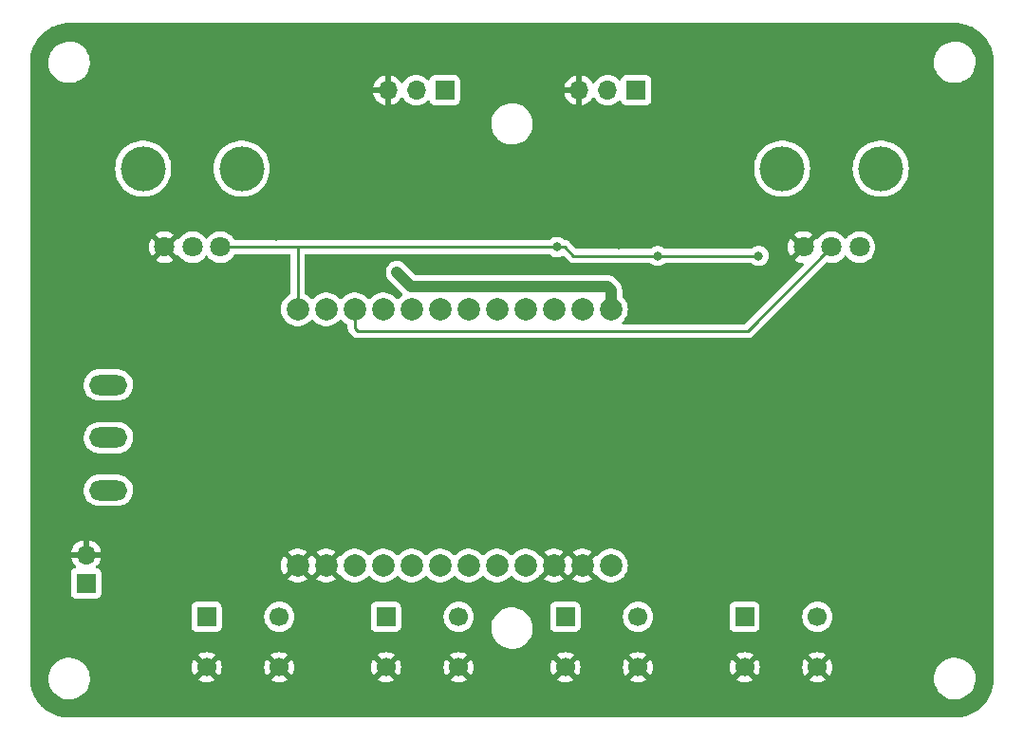
<source format=gbr>
%TF.GenerationSoftware,KiCad,Pcbnew,7.0.8*%
%TF.CreationDate,2024-05-14T18:15:29-04:00*%
%TF.ProjectId,mainboard,6d61696e-626f-4617-9264-2e6b69636164,rev?*%
%TF.SameCoordinates,Original*%
%TF.FileFunction,Copper,L2,Bot*%
%TF.FilePolarity,Positive*%
%FSLAX46Y46*%
G04 Gerber Fmt 4.6, Leading zero omitted, Abs format (unit mm)*
G04 Created by KiCad (PCBNEW 7.0.8) date 2024-05-14 18:15:29*
%MOMM*%
%LPD*%
G01*
G04 APERTURE LIST*
%TA.AperFunction,WasherPad*%
%ADD10C,4.000000*%
%TD*%
%TA.AperFunction,ComponentPad*%
%ADD11C,1.800000*%
%TD*%
%TA.AperFunction,ComponentPad*%
%ADD12C,2.000000*%
%TD*%
%TA.AperFunction,ComponentPad*%
%ADD13R,1.700000X1.700000*%
%TD*%
%TA.AperFunction,ComponentPad*%
%ADD14C,1.700000*%
%TD*%
%TA.AperFunction,ComponentPad*%
%ADD15O,1.700000X1.700000*%
%TD*%
%TA.AperFunction,ComponentPad*%
%ADD16O,3.400000X1.800000*%
%TD*%
%TA.AperFunction,ViaPad*%
%ADD17C,0.800000*%
%TD*%
%TA.AperFunction,Conductor*%
%ADD18C,0.250000*%
%TD*%
%TA.AperFunction,Conductor*%
%ADD19C,1.000000*%
%TD*%
G04 APERTURE END LIST*
D10*
%TO.P,RV2,*%
%TO.N,*%
X164100000Y-71000000D03*
X172900000Y-71000000D03*
D11*
%TO.P,RV2,1,1*%
%TO.N,+3.3V*%
X171000000Y-78000000D03*
%TO.P,RV2,2,2*%
%TO.N,/POT2*%
X168500000Y-78000000D03*
%TO.P,RV2,3,3*%
%TO.N,GND*%
X166000000Y-78000000D03*
%TD*%
D12*
%TO.P,U3,1,3v*%
%TO.N,+3.3V*%
X120890000Y-83548135D03*
%TO.P,U3,2,1*%
%TO.N,/POT1*%
X123430000Y-83548135D03*
%TO.P,U3,3,2*%
%TO.N,/POT2*%
X125970000Y-83548135D03*
%TO.P,U3,4,3*%
%TO.N,/VSENSE*%
X128510000Y-83548135D03*
%TO.P,U3,5,10*%
%TO.N,unconnected-(U3-10-Pad5)*%
X131050000Y-83548135D03*
%TO.P,U3,6,11*%
%TO.N,/SERVO1L*%
X133590000Y-83548135D03*
%TO.P,U3,7,12*%
%TO.N,/SERVO2L*%
X136130000Y-83548135D03*
%TO.P,U3,8,13*%
%TO.N,/CTRRL*%
X138670000Y-83548135D03*
%TO.P,U3,9,NC*%
%TO.N,unconnected-(U3-NC-Pad9)*%
X141210000Y-83548135D03*
%TO.P,U3,10,NC*%
%TO.N,unconnected-(U3-NC-Pad10)*%
X143750000Y-83548135D03*
%TO.P,U3,11,GND*%
%TO.N,unconnected-(U3-GND-Pad11)*%
X146290000Y-83548135D03*
%TO.P,U3,12,5V*%
%TO.N,+5V*%
X148830000Y-83548135D03*
%TO.P,U3,13,GND*%
%TO.N,GND*%
X120890000Y-106409999D03*
%TO.P,U3,14,GND*%
X123430000Y-106409999D03*
%TO.P,U3,15,43*%
%TO.N,/BUTTON1*%
X125970000Y-106409999D03*
%TO.P,U3,16,44*%
%TO.N,/BUTTON2*%
X128510000Y-106409999D03*
%TO.P,U3,17,18*%
%TO.N,/RXD*%
X131050000Y-106409999D03*
%TO.P,U3,18,17*%
%TO.N,/TXD*%
X133590000Y-106409999D03*
%TO.P,U3,19,21*%
%TO.N,/BUTTON3*%
X136130000Y-106409999D03*
%TO.P,U3,20,16*%
%TO.N,/BUTTON4*%
X138670000Y-106409999D03*
%TO.P,U3,21,NC*%
%TO.N,unconnected-(U3-NC-Pad21)*%
X141210000Y-106409999D03*
%TO.P,U3,22,GND*%
%TO.N,GND*%
X143750000Y-106409999D03*
%TO.P,U3,23,GND*%
X146290000Y-106409999D03*
%TO.P,U3,24,3v*%
%TO.N,unconnected-(U3-3v-Pad24)*%
X148830000Y-106409999D03*
%TD*%
D13*
%TO.P,SW5,1,A*%
%TO.N,/BUTTON4*%
X160750000Y-111000000D03*
D14*
X167250000Y-111000000D03*
%TO.P,SW5,2,B*%
%TO.N,GND*%
X160750000Y-115500000D03*
X167250000Y-115500000D03*
%TD*%
D13*
%TO.P,SW2,1,A*%
%TO.N,/BUTTON2*%
X128750000Y-111000000D03*
D14*
X135250000Y-111000000D03*
%TO.P,SW2,2,B*%
%TO.N,GND*%
X128750000Y-115500000D03*
X135250000Y-115500000D03*
%TD*%
D13*
%TO.P,J2,1,Pin_1*%
%TO.N,/SERVO1*%
X134000000Y-64000000D03*
D15*
%TO.P,J2,2,Pin_2*%
%TO.N,VCC*%
X131460000Y-64000000D03*
%TO.P,J2,3,Pin_3*%
%TO.N,GND*%
X128920000Y-64000000D03*
%TD*%
D13*
%TO.P,SW3,1,A*%
%TO.N,/BUTTON3*%
X144750000Y-111000000D03*
D14*
X151250000Y-111000000D03*
%TO.P,SW3,2,B*%
%TO.N,GND*%
X144750000Y-115500000D03*
X151250000Y-115500000D03*
%TD*%
D13*
%TO.P,SW1,1,A*%
%TO.N,/BUTTON1*%
X112750000Y-111000000D03*
D14*
X119250000Y-111000000D03*
%TO.P,SW1,2,B*%
%TO.N,GND*%
X112750000Y-115500000D03*
X119250000Y-115500000D03*
%TD*%
D16*
%TO.P,SW4,1,A*%
%TO.N,unconnected-(SW4-A-Pad1)*%
X104000000Y-99700000D03*
%TO.P,SW4,2,B*%
%TO.N,Net-(J1-Pin_1)*%
X104000000Y-95000000D03*
%TO.P,SW4,3,C*%
%TO.N,VCC*%
X104000000Y-90300000D03*
%TD*%
D10*
%TO.P,RV1,*%
%TO.N,*%
X107100000Y-71000000D03*
X115900000Y-71000000D03*
D11*
%TO.P,RV1,1,1*%
%TO.N,+3.3V*%
X114000000Y-78000000D03*
%TO.P,RV1,2,2*%
%TO.N,/POT1*%
X111500000Y-78000000D03*
%TO.P,RV1,3,3*%
%TO.N,GND*%
X109000000Y-78000000D03*
%TD*%
D13*
%TO.P,J3,1,Pin_1*%
%TO.N,/SERVO2*%
X151080000Y-64000000D03*
D15*
%TO.P,J3,2,Pin_2*%
%TO.N,VCC*%
X148540000Y-64000000D03*
%TO.P,J3,3,Pin_3*%
%TO.N,GND*%
X146000000Y-64000000D03*
%TD*%
D13*
%TO.P,J1,1,Pin_1*%
%TO.N,Net-(J1-Pin_1)*%
X102000000Y-108000000D03*
D15*
%TO.P,J1,2,Pin_2*%
%TO.N,GND*%
X102000000Y-105460000D03*
%TD*%
D17*
%TO.N,+3.3V*%
X162000000Y-78782934D03*
X153000000Y-78782934D03*
X144000000Y-78000000D03*
%TO.N,GND*%
X119000000Y-77000000D03*
X131660000Y-73782934D03*
X149500000Y-77782934D03*
X110660000Y-81532934D03*
X158000000Y-76492554D03*
%TO.N,+5V*%
X129750000Y-80250000D03*
%TD*%
D18*
%TO.N,+3.3V*%
X121000000Y-78000000D02*
X114000000Y-78000000D01*
X153000000Y-78782934D02*
X162000000Y-78782934D01*
X120890000Y-78110000D02*
X121000000Y-78000000D01*
X144000000Y-78000000D02*
X144717066Y-78000000D01*
X144717066Y-78000000D02*
X145500000Y-78782934D01*
X153000000Y-78782934D02*
X145500000Y-78782934D01*
X121000000Y-78000000D02*
X144000000Y-78000000D01*
X120890000Y-83548135D02*
X120890000Y-78110000D01*
%TO.N,/POT2*%
X126250000Y-85500000D02*
X161000000Y-85500000D01*
X161000000Y-85500000D02*
X168410000Y-78090000D01*
X125970000Y-85220000D02*
X126250000Y-85500000D01*
X125970000Y-83548135D02*
X125970000Y-85220000D01*
D19*
%TO.N,+5V*%
X148830000Y-83548135D02*
X148830000Y-81830000D01*
X148830000Y-81830000D02*
X148500000Y-81500000D01*
X148500000Y-81500000D02*
X131000000Y-81500000D01*
X131000000Y-81500000D02*
X129750000Y-80250000D01*
%TD*%
%TA.AperFunction,Conductor*%
%TO.N,GND*%
G36*
X179501513Y-58000575D02*
G01*
X179567131Y-58003797D01*
X179652481Y-58007990D01*
X179846607Y-58018164D01*
X179852409Y-58018745D01*
X180021733Y-58043862D01*
X180197594Y-58071716D01*
X180202929Y-58072804D01*
X180372209Y-58115206D01*
X180541341Y-58160525D01*
X180546122Y-58162018D01*
X180711894Y-58221332D01*
X180874263Y-58283660D01*
X180878543Y-58285492D01*
X180964073Y-58325944D01*
X181038476Y-58361134D01*
X181192992Y-58439864D01*
X181196720Y-58441928D01*
X181348967Y-58533180D01*
X181494262Y-58627537D01*
X181497428Y-58629736D01*
X181640323Y-58735714D01*
X181774975Y-58844752D01*
X181777594Y-58846997D01*
X181908517Y-58965658D01*
X181910721Y-58967757D01*
X182032241Y-59089277D01*
X182034340Y-59091481D01*
X182153001Y-59222404D01*
X182155246Y-59225023D01*
X182264285Y-59359676D01*
X182370262Y-59502570D01*
X182372461Y-59505736D01*
X182466822Y-59651038D01*
X182558070Y-59803278D01*
X182560133Y-59807006D01*
X182638868Y-59961529D01*
X182714506Y-60121455D01*
X182716342Y-60125746D01*
X182778672Y-60288120D01*
X182787616Y-60313116D01*
X182837970Y-60453847D01*
X182839479Y-60458678D01*
X182884793Y-60627790D01*
X182927191Y-60797056D01*
X182928286Y-60802424D01*
X182956145Y-60978317D01*
X182981250Y-61147560D01*
X182981836Y-61153416D01*
X182992011Y-61347561D01*
X182999425Y-61498488D01*
X182999500Y-61501530D01*
X182999500Y-116498469D01*
X182999425Y-116501511D01*
X182992011Y-116652438D01*
X182981836Y-116846582D01*
X182981250Y-116852438D01*
X182956145Y-117021682D01*
X182928286Y-117197574D01*
X182927191Y-117202942D01*
X182884793Y-117372209D01*
X182839479Y-117541320D01*
X182837967Y-117546163D01*
X182778672Y-117711879D01*
X182716342Y-117874252D01*
X182714507Y-117878543D01*
X182638868Y-118038470D01*
X182560133Y-118192992D01*
X182558070Y-118196720D01*
X182466822Y-118348961D01*
X182372461Y-118494262D01*
X182370262Y-118497428D01*
X182264285Y-118640323D01*
X182155245Y-118774975D01*
X182153001Y-118777594D01*
X182034340Y-118908517D01*
X182032241Y-118910721D01*
X181910721Y-119032241D01*
X181908517Y-119034340D01*
X181777594Y-119153001D01*
X181774975Y-119155245D01*
X181640323Y-119264285D01*
X181497428Y-119370262D01*
X181494262Y-119372461D01*
X181348961Y-119466822D01*
X181196720Y-119558070D01*
X181192992Y-119560133D01*
X181038470Y-119638868D01*
X180878543Y-119714507D01*
X180874252Y-119716342D01*
X180711879Y-119778672D01*
X180546163Y-119837967D01*
X180541320Y-119839479D01*
X180372209Y-119884793D01*
X180202942Y-119927191D01*
X180197574Y-119928286D01*
X180021682Y-119956145D01*
X179852438Y-119981250D01*
X179846582Y-119981836D01*
X179652438Y-119992011D01*
X179501513Y-119999425D01*
X179498470Y-119999500D01*
X100501530Y-119999500D01*
X100498488Y-119999425D01*
X100347561Y-119992011D01*
X100153416Y-119981836D01*
X100147560Y-119981250D01*
X99978317Y-119956145D01*
X99802424Y-119928286D01*
X99797056Y-119927191D01*
X99627790Y-119884793D01*
X99458678Y-119839479D01*
X99453847Y-119837970D01*
X99347307Y-119799850D01*
X99288120Y-119778672D01*
X99125746Y-119716342D01*
X99121455Y-119714506D01*
X98961529Y-119638868D01*
X98807006Y-119560133D01*
X98803278Y-119558070D01*
X98651038Y-119466822D01*
X98505736Y-119372461D01*
X98502570Y-119370262D01*
X98359676Y-119264285D01*
X98225023Y-119155246D01*
X98222404Y-119153001D01*
X98091481Y-119034340D01*
X98089277Y-119032241D01*
X97967757Y-118910721D01*
X97965658Y-118908517D01*
X97846997Y-118777594D01*
X97844752Y-118774975D01*
X97735714Y-118640323D01*
X97629736Y-118497428D01*
X97627537Y-118494262D01*
X97533177Y-118348961D01*
X97441928Y-118196720D01*
X97439864Y-118192992D01*
X97401675Y-118118042D01*
X97361131Y-118038470D01*
X97325944Y-117964073D01*
X97285492Y-117878543D01*
X97283656Y-117874252D01*
X97250479Y-117787824D01*
X97221327Y-117711879D01*
X97162018Y-117546122D01*
X97160525Y-117541341D01*
X97115206Y-117372209D01*
X97072804Y-117202929D01*
X97071716Y-117197594D01*
X97043854Y-117021682D01*
X97018745Y-116852409D01*
X97018164Y-116846607D01*
X97007989Y-116652438D01*
X97003828Y-116567763D01*
X98645787Y-116567763D01*
X98675413Y-116837013D01*
X98675415Y-116837024D01*
X98723691Y-117021682D01*
X98743928Y-117099088D01*
X98849870Y-117348390D01*
X98967614Y-117541320D01*
X98990979Y-117579605D01*
X98990986Y-117579615D01*
X99164253Y-117787819D01*
X99164259Y-117787824D01*
X99260719Y-117874252D01*
X99365998Y-117968582D01*
X99591910Y-118118044D01*
X99837176Y-118233020D01*
X99837183Y-118233022D01*
X99837185Y-118233023D01*
X100096557Y-118311057D01*
X100096564Y-118311058D01*
X100096569Y-118311060D01*
X100364561Y-118350500D01*
X100364566Y-118350500D01*
X100567636Y-118350500D01*
X100619133Y-118346730D01*
X100770156Y-118335677D01*
X100882758Y-118310593D01*
X101034546Y-118276782D01*
X101034548Y-118276781D01*
X101034553Y-118276780D01*
X101287558Y-118180014D01*
X101523777Y-118047441D01*
X101738177Y-117881888D01*
X101926186Y-117686881D01*
X102083799Y-117466579D01*
X102157787Y-117322669D01*
X102207649Y-117225690D01*
X102207651Y-117225684D01*
X102207656Y-117225675D01*
X102295118Y-116969305D01*
X102344319Y-116702933D01*
X102354212Y-116432235D01*
X102324586Y-116162982D01*
X102256072Y-115900912D01*
X102150130Y-115651610D01*
X102057604Y-115500001D01*
X111394843Y-115500001D01*
X111415430Y-115735315D01*
X111415432Y-115735326D01*
X111476566Y-115963483D01*
X111476570Y-115963492D01*
X111576400Y-116177579D01*
X111576402Y-116177583D01*
X111635072Y-116261373D01*
X111635073Y-116261373D01*
X112266923Y-115629523D01*
X112290507Y-115709844D01*
X112368239Y-115830798D01*
X112476900Y-115924952D01*
X112607685Y-115984680D01*
X112617466Y-115986086D01*
X111988625Y-116614925D01*
X112072421Y-116673599D01*
X112286507Y-116773429D01*
X112286516Y-116773433D01*
X112514673Y-116834567D01*
X112514684Y-116834569D01*
X112749998Y-116855157D01*
X112750002Y-116855157D01*
X112985315Y-116834569D01*
X112985326Y-116834567D01*
X113213483Y-116773433D01*
X113213492Y-116773429D01*
X113427578Y-116673600D01*
X113427582Y-116673598D01*
X113511373Y-116614926D01*
X113511373Y-116614925D01*
X112882533Y-115986086D01*
X112892315Y-115984680D01*
X113023100Y-115924952D01*
X113131761Y-115830798D01*
X113209493Y-115709844D01*
X113233076Y-115629524D01*
X113864925Y-116261373D01*
X113864926Y-116261373D01*
X113923598Y-116177582D01*
X113923600Y-116177578D01*
X114023429Y-115963492D01*
X114023433Y-115963483D01*
X114084567Y-115735326D01*
X114084569Y-115735315D01*
X114105157Y-115500001D01*
X117894843Y-115500001D01*
X117915430Y-115735315D01*
X117915432Y-115735326D01*
X117976566Y-115963483D01*
X117976570Y-115963492D01*
X118076400Y-116177579D01*
X118076402Y-116177583D01*
X118135072Y-116261373D01*
X118135073Y-116261373D01*
X118766923Y-115629523D01*
X118790507Y-115709844D01*
X118868239Y-115830798D01*
X118976900Y-115924952D01*
X119107685Y-115984680D01*
X119117466Y-115986086D01*
X118488625Y-116614925D01*
X118572421Y-116673599D01*
X118786507Y-116773429D01*
X118786516Y-116773433D01*
X119014673Y-116834567D01*
X119014684Y-116834569D01*
X119249998Y-116855157D01*
X119250002Y-116855157D01*
X119485315Y-116834569D01*
X119485326Y-116834567D01*
X119713483Y-116773433D01*
X119713492Y-116773429D01*
X119927578Y-116673600D01*
X119927582Y-116673598D01*
X120011373Y-116614926D01*
X120011373Y-116614925D01*
X119382533Y-115986086D01*
X119392315Y-115984680D01*
X119523100Y-115924952D01*
X119631761Y-115830798D01*
X119709493Y-115709844D01*
X119733076Y-115629524D01*
X120364925Y-116261373D01*
X120364926Y-116261373D01*
X120423598Y-116177582D01*
X120423600Y-116177578D01*
X120523429Y-115963492D01*
X120523433Y-115963483D01*
X120584567Y-115735326D01*
X120584569Y-115735315D01*
X120605157Y-115500001D01*
X127394843Y-115500001D01*
X127415430Y-115735315D01*
X127415432Y-115735326D01*
X127476566Y-115963483D01*
X127476570Y-115963492D01*
X127576400Y-116177579D01*
X127576402Y-116177583D01*
X127635072Y-116261373D01*
X127635073Y-116261373D01*
X128266923Y-115629523D01*
X128290507Y-115709844D01*
X128368239Y-115830798D01*
X128476900Y-115924952D01*
X128607685Y-115984680D01*
X128617466Y-115986086D01*
X127988625Y-116614925D01*
X128072421Y-116673599D01*
X128286507Y-116773429D01*
X128286516Y-116773433D01*
X128514673Y-116834567D01*
X128514684Y-116834569D01*
X128749998Y-116855157D01*
X128750002Y-116855157D01*
X128985315Y-116834569D01*
X128985326Y-116834567D01*
X129213483Y-116773433D01*
X129213492Y-116773429D01*
X129427578Y-116673600D01*
X129427582Y-116673598D01*
X129511373Y-116614926D01*
X129511373Y-116614925D01*
X128882533Y-115986086D01*
X128892315Y-115984680D01*
X129023100Y-115924952D01*
X129131761Y-115830798D01*
X129209493Y-115709844D01*
X129233076Y-115629524D01*
X129864925Y-116261373D01*
X129864926Y-116261373D01*
X129923598Y-116177582D01*
X129923600Y-116177578D01*
X130023429Y-115963492D01*
X130023433Y-115963483D01*
X130084567Y-115735326D01*
X130084569Y-115735315D01*
X130105157Y-115500001D01*
X133894843Y-115500001D01*
X133915430Y-115735315D01*
X133915432Y-115735326D01*
X133976566Y-115963483D01*
X133976570Y-115963492D01*
X134076400Y-116177579D01*
X134076402Y-116177583D01*
X134135072Y-116261373D01*
X134135073Y-116261373D01*
X134766923Y-115629523D01*
X134790507Y-115709844D01*
X134868239Y-115830798D01*
X134976900Y-115924952D01*
X135107685Y-115984680D01*
X135117466Y-115986086D01*
X134488625Y-116614925D01*
X134572421Y-116673599D01*
X134786507Y-116773429D01*
X134786516Y-116773433D01*
X135014673Y-116834567D01*
X135014684Y-116834569D01*
X135249998Y-116855157D01*
X135250002Y-116855157D01*
X135485315Y-116834569D01*
X135485326Y-116834567D01*
X135713483Y-116773433D01*
X135713492Y-116773429D01*
X135927578Y-116673600D01*
X135927582Y-116673598D01*
X136011373Y-116614926D01*
X136011373Y-116614925D01*
X135382533Y-115986086D01*
X135392315Y-115984680D01*
X135523100Y-115924952D01*
X135631761Y-115830798D01*
X135709493Y-115709844D01*
X135733076Y-115629524D01*
X136364925Y-116261373D01*
X136364926Y-116261373D01*
X136423598Y-116177582D01*
X136423600Y-116177578D01*
X136523429Y-115963492D01*
X136523433Y-115963483D01*
X136584567Y-115735326D01*
X136584569Y-115735315D01*
X136605157Y-115500001D01*
X143394843Y-115500001D01*
X143415430Y-115735315D01*
X143415432Y-115735326D01*
X143476566Y-115963483D01*
X143476570Y-115963492D01*
X143576400Y-116177579D01*
X143576402Y-116177583D01*
X143635072Y-116261373D01*
X143635073Y-116261373D01*
X144266923Y-115629523D01*
X144290507Y-115709844D01*
X144368239Y-115830798D01*
X144476900Y-115924952D01*
X144607685Y-115984680D01*
X144617466Y-115986086D01*
X143988625Y-116614925D01*
X144072421Y-116673599D01*
X144286507Y-116773429D01*
X144286516Y-116773433D01*
X144514673Y-116834567D01*
X144514684Y-116834569D01*
X144749998Y-116855157D01*
X144750002Y-116855157D01*
X144985315Y-116834569D01*
X144985326Y-116834567D01*
X145213483Y-116773433D01*
X145213492Y-116773429D01*
X145427578Y-116673600D01*
X145427582Y-116673598D01*
X145511373Y-116614926D01*
X145511373Y-116614925D01*
X144882533Y-115986086D01*
X144892315Y-115984680D01*
X145023100Y-115924952D01*
X145131761Y-115830798D01*
X145209493Y-115709844D01*
X145233076Y-115629524D01*
X145864925Y-116261373D01*
X145864926Y-116261373D01*
X145923598Y-116177582D01*
X145923600Y-116177578D01*
X146023429Y-115963492D01*
X146023433Y-115963483D01*
X146084567Y-115735326D01*
X146084569Y-115735315D01*
X146105157Y-115500001D01*
X149894843Y-115500001D01*
X149915430Y-115735315D01*
X149915432Y-115735326D01*
X149976566Y-115963483D01*
X149976570Y-115963492D01*
X150076400Y-116177579D01*
X150076402Y-116177583D01*
X150135072Y-116261373D01*
X150135073Y-116261373D01*
X150766923Y-115629523D01*
X150790507Y-115709844D01*
X150868239Y-115830798D01*
X150976900Y-115924952D01*
X151107685Y-115984680D01*
X151117466Y-115986086D01*
X150488625Y-116614925D01*
X150572421Y-116673599D01*
X150786507Y-116773429D01*
X150786516Y-116773433D01*
X151014673Y-116834567D01*
X151014684Y-116834569D01*
X151249998Y-116855157D01*
X151250002Y-116855157D01*
X151485315Y-116834569D01*
X151485326Y-116834567D01*
X151713483Y-116773433D01*
X151713492Y-116773429D01*
X151927578Y-116673600D01*
X151927582Y-116673598D01*
X152011373Y-116614926D01*
X152011373Y-116614925D01*
X151382533Y-115986086D01*
X151392315Y-115984680D01*
X151523100Y-115924952D01*
X151631761Y-115830798D01*
X151709493Y-115709844D01*
X151733076Y-115629524D01*
X152364925Y-116261373D01*
X152364926Y-116261373D01*
X152423598Y-116177582D01*
X152423600Y-116177578D01*
X152523429Y-115963492D01*
X152523433Y-115963483D01*
X152584567Y-115735326D01*
X152584569Y-115735315D01*
X152605157Y-115500001D01*
X159394843Y-115500001D01*
X159415430Y-115735315D01*
X159415432Y-115735326D01*
X159476566Y-115963483D01*
X159476570Y-115963492D01*
X159576400Y-116177579D01*
X159576402Y-116177583D01*
X159635072Y-116261373D01*
X159635073Y-116261373D01*
X160266923Y-115629523D01*
X160290507Y-115709844D01*
X160368239Y-115830798D01*
X160476900Y-115924952D01*
X160607685Y-115984680D01*
X160617466Y-115986086D01*
X159988625Y-116614925D01*
X160072421Y-116673599D01*
X160286507Y-116773429D01*
X160286516Y-116773433D01*
X160514673Y-116834567D01*
X160514684Y-116834569D01*
X160749998Y-116855157D01*
X160750002Y-116855157D01*
X160985315Y-116834569D01*
X160985326Y-116834567D01*
X161213483Y-116773433D01*
X161213492Y-116773429D01*
X161427578Y-116673600D01*
X161427582Y-116673598D01*
X161511373Y-116614926D01*
X161511373Y-116614925D01*
X160882533Y-115986086D01*
X160892315Y-115984680D01*
X161023100Y-115924952D01*
X161131761Y-115830798D01*
X161209493Y-115709844D01*
X161233076Y-115629524D01*
X161864925Y-116261373D01*
X161864926Y-116261373D01*
X161923598Y-116177582D01*
X161923600Y-116177578D01*
X162023429Y-115963492D01*
X162023433Y-115963483D01*
X162084567Y-115735326D01*
X162084569Y-115735315D01*
X162105157Y-115500001D01*
X165894843Y-115500001D01*
X165915430Y-115735315D01*
X165915432Y-115735326D01*
X165976566Y-115963483D01*
X165976570Y-115963492D01*
X166076400Y-116177579D01*
X166076402Y-116177583D01*
X166135072Y-116261373D01*
X166135073Y-116261373D01*
X166766923Y-115629523D01*
X166790507Y-115709844D01*
X166868239Y-115830798D01*
X166976900Y-115924952D01*
X167107685Y-115984680D01*
X167117466Y-115986086D01*
X166488625Y-116614925D01*
X166572421Y-116673599D01*
X166786507Y-116773429D01*
X166786516Y-116773433D01*
X167014673Y-116834567D01*
X167014684Y-116834569D01*
X167249998Y-116855157D01*
X167250002Y-116855157D01*
X167485315Y-116834569D01*
X167485326Y-116834567D01*
X167713483Y-116773433D01*
X167713492Y-116773429D01*
X167927578Y-116673600D01*
X167927582Y-116673598D01*
X168011373Y-116614926D01*
X168011373Y-116614925D01*
X167964211Y-116567763D01*
X177645787Y-116567763D01*
X177675413Y-116837013D01*
X177675415Y-116837024D01*
X177723691Y-117021682D01*
X177743928Y-117099088D01*
X177849870Y-117348390D01*
X177967614Y-117541320D01*
X177990979Y-117579605D01*
X177990986Y-117579615D01*
X178164253Y-117787819D01*
X178164259Y-117787824D01*
X178260719Y-117874252D01*
X178365998Y-117968582D01*
X178591910Y-118118044D01*
X178837176Y-118233020D01*
X178837183Y-118233022D01*
X178837185Y-118233023D01*
X179096557Y-118311057D01*
X179096564Y-118311058D01*
X179096569Y-118311060D01*
X179364561Y-118350500D01*
X179364566Y-118350500D01*
X179567636Y-118350500D01*
X179619133Y-118346730D01*
X179770156Y-118335677D01*
X179882758Y-118310593D01*
X180034546Y-118276782D01*
X180034548Y-118276781D01*
X180034553Y-118276780D01*
X180287558Y-118180014D01*
X180523777Y-118047441D01*
X180738177Y-117881888D01*
X180926186Y-117686881D01*
X181083799Y-117466579D01*
X181157787Y-117322669D01*
X181207649Y-117225690D01*
X181207651Y-117225684D01*
X181207656Y-117225675D01*
X181295118Y-116969305D01*
X181344319Y-116702933D01*
X181354212Y-116432235D01*
X181324586Y-116162982D01*
X181256072Y-115900912D01*
X181150130Y-115651610D01*
X181009018Y-115420390D01*
X180919747Y-115313119D01*
X180835746Y-115212180D01*
X180835740Y-115212175D01*
X180634002Y-115031418D01*
X180408092Y-114881957D01*
X180408090Y-114881956D01*
X180162824Y-114766980D01*
X180162819Y-114766978D01*
X180162814Y-114766976D01*
X179903442Y-114688942D01*
X179903428Y-114688939D01*
X179787791Y-114671921D01*
X179635439Y-114649500D01*
X179432369Y-114649500D01*
X179432364Y-114649500D01*
X179229844Y-114664323D01*
X179229831Y-114664325D01*
X178965453Y-114723217D01*
X178965446Y-114723220D01*
X178712439Y-114819987D01*
X178476226Y-114952557D01*
X178261822Y-115118112D01*
X178073822Y-115313109D01*
X178073816Y-115313116D01*
X177916202Y-115533419D01*
X177916199Y-115533424D01*
X177792350Y-115774309D01*
X177792343Y-115774327D01*
X177704884Y-116030685D01*
X177704881Y-116030699D01*
X177655681Y-116297068D01*
X177655680Y-116297075D01*
X177645787Y-116567763D01*
X167964211Y-116567763D01*
X167382533Y-115986086D01*
X167392315Y-115984680D01*
X167523100Y-115924952D01*
X167631761Y-115830798D01*
X167709493Y-115709844D01*
X167733076Y-115629524D01*
X168364925Y-116261373D01*
X168364926Y-116261373D01*
X168423598Y-116177582D01*
X168423600Y-116177578D01*
X168523429Y-115963492D01*
X168523433Y-115963483D01*
X168584567Y-115735326D01*
X168584569Y-115735315D01*
X168605157Y-115500001D01*
X168605157Y-115499998D01*
X168584569Y-115264684D01*
X168584567Y-115264673D01*
X168523433Y-115036516D01*
X168523429Y-115036507D01*
X168423600Y-114822423D01*
X168423599Y-114822421D01*
X168364925Y-114738626D01*
X168364925Y-114738625D01*
X167733076Y-115370475D01*
X167709493Y-115290156D01*
X167631761Y-115169202D01*
X167523100Y-115075048D01*
X167392315Y-115015320D01*
X167382533Y-115013913D01*
X168011373Y-114385073D01*
X168011373Y-114385072D01*
X167927583Y-114326402D01*
X167927579Y-114326400D01*
X167713492Y-114226570D01*
X167713483Y-114226566D01*
X167485326Y-114165432D01*
X167485315Y-114165430D01*
X167250002Y-114144843D01*
X167249998Y-114144843D01*
X167014684Y-114165430D01*
X167014673Y-114165432D01*
X166786516Y-114226566D01*
X166786507Y-114226570D01*
X166572419Y-114326401D01*
X166488625Y-114385072D01*
X167117466Y-115013913D01*
X167107685Y-115015320D01*
X166976900Y-115075048D01*
X166868239Y-115169202D01*
X166790507Y-115290156D01*
X166766923Y-115370475D01*
X166135072Y-114738625D01*
X166076401Y-114822419D01*
X165976570Y-115036507D01*
X165976566Y-115036516D01*
X165915432Y-115264673D01*
X165915430Y-115264684D01*
X165894843Y-115499998D01*
X165894843Y-115500001D01*
X162105157Y-115500001D01*
X162105157Y-115499998D01*
X162084569Y-115264684D01*
X162084567Y-115264673D01*
X162023433Y-115036516D01*
X162023429Y-115036507D01*
X161923600Y-114822423D01*
X161923599Y-114822421D01*
X161864925Y-114738626D01*
X161864925Y-114738625D01*
X161233076Y-115370475D01*
X161209493Y-115290156D01*
X161131761Y-115169202D01*
X161023100Y-115075048D01*
X160892315Y-115015320D01*
X160882533Y-115013913D01*
X161511373Y-114385073D01*
X161511373Y-114385072D01*
X161427583Y-114326402D01*
X161427579Y-114326400D01*
X161213492Y-114226570D01*
X161213483Y-114226566D01*
X160985326Y-114165432D01*
X160985315Y-114165430D01*
X160750002Y-114144843D01*
X160749998Y-114144843D01*
X160514684Y-114165430D01*
X160514673Y-114165432D01*
X160286516Y-114226566D01*
X160286507Y-114226570D01*
X160072419Y-114326401D01*
X159988625Y-114385072D01*
X160617466Y-115013913D01*
X160607685Y-115015320D01*
X160476900Y-115075048D01*
X160368239Y-115169202D01*
X160290507Y-115290156D01*
X160266923Y-115370475D01*
X159635072Y-114738625D01*
X159576401Y-114822419D01*
X159476570Y-115036507D01*
X159476566Y-115036516D01*
X159415432Y-115264673D01*
X159415430Y-115264684D01*
X159394843Y-115499998D01*
X159394843Y-115500001D01*
X152605157Y-115500001D01*
X152605157Y-115499998D01*
X152584569Y-115264684D01*
X152584567Y-115264673D01*
X152523433Y-115036516D01*
X152523429Y-115036507D01*
X152423600Y-114822423D01*
X152423599Y-114822421D01*
X152364925Y-114738626D01*
X152364925Y-114738625D01*
X151733076Y-115370475D01*
X151709493Y-115290156D01*
X151631761Y-115169202D01*
X151523100Y-115075048D01*
X151392315Y-115015320D01*
X151382533Y-115013913D01*
X152011373Y-114385073D01*
X152011373Y-114385072D01*
X151927583Y-114326402D01*
X151927579Y-114326400D01*
X151713492Y-114226570D01*
X151713483Y-114226566D01*
X151485326Y-114165432D01*
X151485315Y-114165430D01*
X151250002Y-114144843D01*
X151249998Y-114144843D01*
X151014684Y-114165430D01*
X151014673Y-114165432D01*
X150786516Y-114226566D01*
X150786507Y-114226570D01*
X150572419Y-114326401D01*
X150488625Y-114385072D01*
X151117466Y-115013913D01*
X151107685Y-115015320D01*
X150976900Y-115075048D01*
X150868239Y-115169202D01*
X150790507Y-115290156D01*
X150766923Y-115370475D01*
X150135073Y-114738625D01*
X150135072Y-114738625D01*
X150076401Y-114822419D01*
X149976570Y-115036507D01*
X149976566Y-115036516D01*
X149915432Y-115264673D01*
X149915430Y-115264684D01*
X149894843Y-115499998D01*
X149894843Y-115500001D01*
X146105157Y-115500001D01*
X146105157Y-115499998D01*
X146084569Y-115264684D01*
X146084567Y-115264673D01*
X146023433Y-115036516D01*
X146023429Y-115036507D01*
X145923600Y-114822423D01*
X145923599Y-114822421D01*
X145864925Y-114738626D01*
X145864925Y-114738625D01*
X145233076Y-115370475D01*
X145209493Y-115290156D01*
X145131761Y-115169202D01*
X145023100Y-115075048D01*
X144892315Y-115015320D01*
X144882533Y-115013913D01*
X145511373Y-114385073D01*
X145511373Y-114385072D01*
X145427583Y-114326402D01*
X145427579Y-114326400D01*
X145213492Y-114226570D01*
X145213483Y-114226566D01*
X144985326Y-114165432D01*
X144985315Y-114165430D01*
X144750002Y-114144843D01*
X144749998Y-114144843D01*
X144514684Y-114165430D01*
X144514673Y-114165432D01*
X144286516Y-114226566D01*
X144286507Y-114226570D01*
X144072419Y-114326401D01*
X143988625Y-114385072D01*
X144617466Y-115013913D01*
X144607685Y-115015320D01*
X144476900Y-115075048D01*
X144368239Y-115169202D01*
X144290507Y-115290156D01*
X144266923Y-115370476D01*
X143635072Y-114738625D01*
X143576401Y-114822419D01*
X143476570Y-115036507D01*
X143476566Y-115036516D01*
X143415432Y-115264673D01*
X143415430Y-115264684D01*
X143394843Y-115499998D01*
X143394843Y-115500001D01*
X136605157Y-115500001D01*
X136605157Y-115499998D01*
X136584569Y-115264684D01*
X136584567Y-115264673D01*
X136523433Y-115036516D01*
X136523429Y-115036507D01*
X136423600Y-114822423D01*
X136423599Y-114822421D01*
X136364925Y-114738626D01*
X136364925Y-114738625D01*
X135733076Y-115370475D01*
X135709493Y-115290156D01*
X135631761Y-115169202D01*
X135523100Y-115075048D01*
X135392315Y-115015320D01*
X135382533Y-115013913D01*
X136011373Y-114385073D01*
X136011373Y-114385072D01*
X135927583Y-114326402D01*
X135927579Y-114326400D01*
X135713492Y-114226570D01*
X135713483Y-114226566D01*
X135485326Y-114165432D01*
X135485315Y-114165430D01*
X135250002Y-114144843D01*
X135249998Y-114144843D01*
X135014684Y-114165430D01*
X135014673Y-114165432D01*
X134786516Y-114226566D01*
X134786507Y-114226570D01*
X134572419Y-114326401D01*
X134488625Y-114385072D01*
X135117466Y-115013913D01*
X135107685Y-115015320D01*
X134976900Y-115075048D01*
X134868239Y-115169202D01*
X134790507Y-115290156D01*
X134766923Y-115370476D01*
X134135072Y-114738625D01*
X134076401Y-114822419D01*
X133976570Y-115036507D01*
X133976566Y-115036516D01*
X133915432Y-115264673D01*
X133915430Y-115264684D01*
X133894843Y-115499998D01*
X133894843Y-115500001D01*
X130105157Y-115500001D01*
X130105157Y-115499998D01*
X130084569Y-115264684D01*
X130084567Y-115264673D01*
X130023433Y-115036516D01*
X130023429Y-115036507D01*
X129923600Y-114822423D01*
X129923599Y-114822421D01*
X129864925Y-114738626D01*
X129864925Y-114738625D01*
X129233076Y-115370475D01*
X129209493Y-115290156D01*
X129131761Y-115169202D01*
X129023100Y-115075048D01*
X128892315Y-115015320D01*
X128882533Y-115013913D01*
X129511373Y-114385073D01*
X129511373Y-114385072D01*
X129427583Y-114326402D01*
X129427579Y-114326400D01*
X129213492Y-114226570D01*
X129213483Y-114226566D01*
X128985326Y-114165432D01*
X128985315Y-114165430D01*
X128750002Y-114144843D01*
X128749998Y-114144843D01*
X128514684Y-114165430D01*
X128514673Y-114165432D01*
X128286516Y-114226566D01*
X128286507Y-114226570D01*
X128072419Y-114326401D01*
X127988625Y-114385072D01*
X128617466Y-115013913D01*
X128607685Y-115015320D01*
X128476900Y-115075048D01*
X128368239Y-115169202D01*
X128290507Y-115290156D01*
X128266923Y-115370475D01*
X127635073Y-114738625D01*
X127635072Y-114738625D01*
X127576401Y-114822419D01*
X127476570Y-115036507D01*
X127476566Y-115036516D01*
X127415432Y-115264673D01*
X127415430Y-115264684D01*
X127394843Y-115499998D01*
X127394843Y-115500001D01*
X120605157Y-115500001D01*
X120605157Y-115499998D01*
X120584569Y-115264684D01*
X120584567Y-115264673D01*
X120523433Y-115036516D01*
X120523429Y-115036507D01*
X120423600Y-114822423D01*
X120423599Y-114822421D01*
X120364925Y-114738626D01*
X120364925Y-114738625D01*
X119733076Y-115370475D01*
X119709493Y-115290156D01*
X119631761Y-115169202D01*
X119523100Y-115075048D01*
X119392315Y-115015320D01*
X119382533Y-115013913D01*
X120011373Y-114385073D01*
X120011373Y-114385072D01*
X119927583Y-114326402D01*
X119927579Y-114326400D01*
X119713492Y-114226570D01*
X119713483Y-114226566D01*
X119485326Y-114165432D01*
X119485315Y-114165430D01*
X119250002Y-114144843D01*
X119249998Y-114144843D01*
X119014684Y-114165430D01*
X119014673Y-114165432D01*
X118786516Y-114226566D01*
X118786507Y-114226570D01*
X118572419Y-114326401D01*
X118488625Y-114385072D01*
X119117466Y-115013913D01*
X119107685Y-115015320D01*
X118976900Y-115075048D01*
X118868239Y-115169202D01*
X118790507Y-115290156D01*
X118766923Y-115370476D01*
X118135072Y-114738625D01*
X118076401Y-114822419D01*
X117976570Y-115036507D01*
X117976566Y-115036516D01*
X117915432Y-115264673D01*
X117915430Y-115264684D01*
X117894843Y-115499998D01*
X117894843Y-115500001D01*
X114105157Y-115500001D01*
X114105157Y-115499998D01*
X114084569Y-115264684D01*
X114084567Y-115264673D01*
X114023433Y-115036516D01*
X114023429Y-115036507D01*
X113923600Y-114822423D01*
X113923599Y-114822421D01*
X113864925Y-114738626D01*
X113864925Y-114738625D01*
X113233076Y-115370475D01*
X113209493Y-115290156D01*
X113131761Y-115169202D01*
X113023100Y-115075048D01*
X112892315Y-115015320D01*
X112882533Y-115013913D01*
X113511373Y-114385073D01*
X113511373Y-114385072D01*
X113427583Y-114326402D01*
X113427579Y-114326400D01*
X113213492Y-114226570D01*
X113213483Y-114226566D01*
X112985326Y-114165432D01*
X112985315Y-114165430D01*
X112750002Y-114144843D01*
X112749998Y-114144843D01*
X112514684Y-114165430D01*
X112514673Y-114165432D01*
X112286516Y-114226566D01*
X112286507Y-114226570D01*
X112072419Y-114326401D01*
X111988625Y-114385072D01*
X112617466Y-115013913D01*
X112607685Y-115015320D01*
X112476900Y-115075048D01*
X112368239Y-115169202D01*
X112290507Y-115290156D01*
X112266923Y-115370476D01*
X111635072Y-114738625D01*
X111576401Y-114822419D01*
X111476570Y-115036507D01*
X111476566Y-115036516D01*
X111415432Y-115264673D01*
X111415430Y-115264684D01*
X111394843Y-115499998D01*
X111394843Y-115500001D01*
X102057604Y-115500001D01*
X102009018Y-115420390D01*
X101919747Y-115313119D01*
X101835746Y-115212180D01*
X101835740Y-115212175D01*
X101634002Y-115031418D01*
X101408092Y-114881957D01*
X101408090Y-114881956D01*
X101162824Y-114766980D01*
X101162819Y-114766978D01*
X101162814Y-114766976D01*
X100903442Y-114688942D01*
X100903428Y-114688939D01*
X100787791Y-114671921D01*
X100635439Y-114649500D01*
X100432369Y-114649500D01*
X100432364Y-114649500D01*
X100229844Y-114664323D01*
X100229831Y-114664325D01*
X99965453Y-114723217D01*
X99965446Y-114723220D01*
X99712439Y-114819987D01*
X99476226Y-114952557D01*
X99261822Y-115118112D01*
X99073822Y-115313109D01*
X99073816Y-115313116D01*
X98916202Y-115533419D01*
X98916199Y-115533424D01*
X98792350Y-115774309D01*
X98792343Y-115774327D01*
X98704884Y-116030685D01*
X98704881Y-116030699D01*
X98655681Y-116297068D01*
X98655680Y-116297075D01*
X98645787Y-116567763D01*
X97003828Y-116567763D01*
X97003797Y-116567131D01*
X97000575Y-116501513D01*
X97000500Y-116498471D01*
X97000500Y-111897870D01*
X111399500Y-111897870D01*
X111399501Y-111897876D01*
X111405908Y-111957483D01*
X111456202Y-112092328D01*
X111456206Y-112092335D01*
X111542452Y-112207544D01*
X111542455Y-112207547D01*
X111657664Y-112293793D01*
X111657671Y-112293797D01*
X111792517Y-112344091D01*
X111792516Y-112344091D01*
X111799444Y-112344835D01*
X111852127Y-112350500D01*
X113647872Y-112350499D01*
X113707483Y-112344091D01*
X113842331Y-112293796D01*
X113957546Y-112207546D01*
X114043796Y-112092331D01*
X114094091Y-111957483D01*
X114100500Y-111897873D01*
X114100499Y-111000000D01*
X117894341Y-111000000D01*
X117914936Y-111235403D01*
X117914938Y-111235413D01*
X117976094Y-111463655D01*
X117976096Y-111463659D01*
X117976097Y-111463663D01*
X118069038Y-111662975D01*
X118075965Y-111677830D01*
X118075967Y-111677834D01*
X118159456Y-111797067D01*
X118211505Y-111871401D01*
X118378599Y-112038495D01*
X118475384Y-112106265D01*
X118572165Y-112174032D01*
X118572167Y-112174033D01*
X118572170Y-112174035D01*
X118786337Y-112273903D01*
X119014592Y-112335063D01*
X119191034Y-112350500D01*
X119249999Y-112355659D01*
X119250000Y-112355659D01*
X119250001Y-112355659D01*
X119308966Y-112350500D01*
X119485408Y-112335063D01*
X119713663Y-112273903D01*
X119927830Y-112174035D01*
X120121401Y-112038495D01*
X120262026Y-111897870D01*
X127399500Y-111897870D01*
X127399501Y-111897876D01*
X127405908Y-111957483D01*
X127456202Y-112092328D01*
X127456206Y-112092335D01*
X127542452Y-112207544D01*
X127542455Y-112207547D01*
X127657664Y-112293793D01*
X127657671Y-112293797D01*
X127792517Y-112344091D01*
X127792516Y-112344091D01*
X127799444Y-112344835D01*
X127852127Y-112350500D01*
X129647872Y-112350499D01*
X129707483Y-112344091D01*
X129842331Y-112293796D01*
X129957546Y-112207546D01*
X130043796Y-112092331D01*
X130094091Y-111957483D01*
X130100500Y-111897873D01*
X130100499Y-111000000D01*
X133894341Y-111000000D01*
X133914936Y-111235403D01*
X133914938Y-111235413D01*
X133976094Y-111463655D01*
X133976096Y-111463659D01*
X133976097Y-111463663D01*
X134069038Y-111662975D01*
X134075965Y-111677830D01*
X134075967Y-111677834D01*
X134159456Y-111797067D01*
X134211505Y-111871401D01*
X134378599Y-112038495D01*
X134475384Y-112106265D01*
X134572165Y-112174032D01*
X134572167Y-112174033D01*
X134572170Y-112174035D01*
X134786337Y-112273903D01*
X135014592Y-112335063D01*
X135191034Y-112350500D01*
X135249999Y-112355659D01*
X135250000Y-112355659D01*
X135250001Y-112355659D01*
X135308966Y-112350500D01*
X135485408Y-112335063D01*
X135713663Y-112273903D01*
X135927830Y-112174035D01*
X136079602Y-112067763D01*
X138145787Y-112067763D01*
X138175413Y-112337013D01*
X138175415Y-112337024D01*
X138243926Y-112599082D01*
X138243928Y-112599088D01*
X138349870Y-112848390D01*
X138421998Y-112966575D01*
X138490979Y-113079605D01*
X138490986Y-113079615D01*
X138664253Y-113287819D01*
X138664259Y-113287824D01*
X138865998Y-113468582D01*
X139091910Y-113618044D01*
X139337176Y-113733020D01*
X139337183Y-113733022D01*
X139337185Y-113733023D01*
X139596557Y-113811057D01*
X139596564Y-113811058D01*
X139596569Y-113811060D01*
X139864561Y-113850500D01*
X139864566Y-113850500D01*
X140067636Y-113850500D01*
X140119133Y-113846730D01*
X140270156Y-113835677D01*
X140382758Y-113810593D01*
X140534546Y-113776782D01*
X140534548Y-113776781D01*
X140534553Y-113776780D01*
X140787558Y-113680014D01*
X141023777Y-113547441D01*
X141238177Y-113381888D01*
X141426186Y-113186881D01*
X141583799Y-112966579D01*
X141657787Y-112822669D01*
X141707649Y-112725690D01*
X141707651Y-112725684D01*
X141707656Y-112725675D01*
X141795118Y-112469305D01*
X141844319Y-112202933D01*
X141854212Y-111932235D01*
X141850431Y-111897870D01*
X143399500Y-111897870D01*
X143399501Y-111897876D01*
X143405908Y-111957483D01*
X143456202Y-112092328D01*
X143456206Y-112092335D01*
X143542452Y-112207544D01*
X143542455Y-112207547D01*
X143657664Y-112293793D01*
X143657671Y-112293797D01*
X143792517Y-112344091D01*
X143792516Y-112344091D01*
X143799444Y-112344835D01*
X143852127Y-112350500D01*
X145647872Y-112350499D01*
X145707483Y-112344091D01*
X145842331Y-112293796D01*
X145957546Y-112207546D01*
X146043796Y-112092331D01*
X146094091Y-111957483D01*
X146100500Y-111897873D01*
X146100499Y-111000000D01*
X149894341Y-111000000D01*
X149914936Y-111235403D01*
X149914938Y-111235413D01*
X149976094Y-111463655D01*
X149976096Y-111463659D01*
X149976097Y-111463663D01*
X150069038Y-111662975D01*
X150075965Y-111677830D01*
X150075967Y-111677834D01*
X150159456Y-111797067D01*
X150211505Y-111871401D01*
X150378599Y-112038495D01*
X150475384Y-112106265D01*
X150572165Y-112174032D01*
X150572167Y-112174033D01*
X150572170Y-112174035D01*
X150786337Y-112273903D01*
X151014592Y-112335063D01*
X151191034Y-112350500D01*
X151249999Y-112355659D01*
X151250000Y-112355659D01*
X151250001Y-112355659D01*
X151308966Y-112350500D01*
X151485408Y-112335063D01*
X151713663Y-112273903D01*
X151927830Y-112174035D01*
X152121401Y-112038495D01*
X152262026Y-111897870D01*
X159399500Y-111897870D01*
X159399501Y-111897876D01*
X159405908Y-111957483D01*
X159456202Y-112092328D01*
X159456206Y-112092335D01*
X159542452Y-112207544D01*
X159542455Y-112207547D01*
X159657664Y-112293793D01*
X159657671Y-112293797D01*
X159792517Y-112344091D01*
X159792516Y-112344091D01*
X159799444Y-112344835D01*
X159852127Y-112350500D01*
X161647872Y-112350499D01*
X161707483Y-112344091D01*
X161842331Y-112293796D01*
X161957546Y-112207546D01*
X162043796Y-112092331D01*
X162094091Y-111957483D01*
X162100500Y-111897873D01*
X162100499Y-111000000D01*
X165894341Y-111000000D01*
X165914936Y-111235403D01*
X165914938Y-111235413D01*
X165976094Y-111463655D01*
X165976096Y-111463659D01*
X165976097Y-111463663D01*
X166069038Y-111662975D01*
X166075965Y-111677830D01*
X166075967Y-111677834D01*
X166159456Y-111797067D01*
X166211505Y-111871401D01*
X166378599Y-112038495D01*
X166475384Y-112106265D01*
X166572165Y-112174032D01*
X166572167Y-112174033D01*
X166572170Y-112174035D01*
X166786337Y-112273903D01*
X167014592Y-112335063D01*
X167191034Y-112350500D01*
X167249999Y-112355659D01*
X167250000Y-112355659D01*
X167250001Y-112355659D01*
X167308966Y-112350500D01*
X167485408Y-112335063D01*
X167713663Y-112273903D01*
X167927830Y-112174035D01*
X168121401Y-112038495D01*
X168288495Y-111871401D01*
X168424035Y-111677830D01*
X168523903Y-111463663D01*
X168585063Y-111235408D01*
X168605659Y-111000000D01*
X168585063Y-110764592D01*
X168523903Y-110536337D01*
X168424035Y-110322171D01*
X168385388Y-110266976D01*
X168288494Y-110128597D01*
X168121402Y-109961506D01*
X168121395Y-109961501D01*
X167927834Y-109825967D01*
X167927830Y-109825965D01*
X167927828Y-109825964D01*
X167713663Y-109726097D01*
X167713659Y-109726096D01*
X167713655Y-109726094D01*
X167485413Y-109664938D01*
X167485403Y-109664936D01*
X167250001Y-109644341D01*
X167249999Y-109644341D01*
X167014596Y-109664936D01*
X167014586Y-109664938D01*
X166786344Y-109726094D01*
X166786335Y-109726098D01*
X166572171Y-109825964D01*
X166572169Y-109825965D01*
X166378597Y-109961505D01*
X166211505Y-110128597D01*
X166075965Y-110322169D01*
X166075964Y-110322171D01*
X165976098Y-110536335D01*
X165976094Y-110536344D01*
X165914938Y-110764586D01*
X165914936Y-110764596D01*
X165894341Y-110999999D01*
X165894341Y-111000000D01*
X162100499Y-111000000D01*
X162100499Y-110102128D01*
X162094091Y-110042517D01*
X162043796Y-109907669D01*
X162043795Y-109907668D01*
X162043793Y-109907664D01*
X161957547Y-109792455D01*
X161957544Y-109792452D01*
X161842335Y-109706206D01*
X161842328Y-109706202D01*
X161707482Y-109655908D01*
X161707483Y-109655908D01*
X161647883Y-109649501D01*
X161647881Y-109649500D01*
X161647873Y-109649500D01*
X161647864Y-109649500D01*
X159852129Y-109649500D01*
X159852123Y-109649501D01*
X159792516Y-109655908D01*
X159657671Y-109706202D01*
X159657664Y-109706206D01*
X159542455Y-109792452D01*
X159542452Y-109792455D01*
X159456206Y-109907664D01*
X159456202Y-109907671D01*
X159405908Y-110042517D01*
X159399501Y-110102116D01*
X159399501Y-110102123D01*
X159399500Y-110102135D01*
X159399500Y-111897870D01*
X152262026Y-111897870D01*
X152288495Y-111871401D01*
X152424035Y-111677830D01*
X152523903Y-111463663D01*
X152585063Y-111235408D01*
X152605659Y-111000000D01*
X152585063Y-110764592D01*
X152523903Y-110536337D01*
X152424035Y-110322171D01*
X152385388Y-110266976D01*
X152288494Y-110128597D01*
X152121402Y-109961506D01*
X152121395Y-109961501D01*
X151927834Y-109825967D01*
X151927830Y-109825965D01*
X151927828Y-109825964D01*
X151713663Y-109726097D01*
X151713659Y-109726096D01*
X151713655Y-109726094D01*
X151485413Y-109664938D01*
X151485403Y-109664936D01*
X151250001Y-109644341D01*
X151249999Y-109644341D01*
X151014596Y-109664936D01*
X151014586Y-109664938D01*
X150786344Y-109726094D01*
X150786335Y-109726098D01*
X150572171Y-109825964D01*
X150572169Y-109825965D01*
X150378597Y-109961505D01*
X150211505Y-110128597D01*
X150075965Y-110322169D01*
X150075964Y-110322171D01*
X149976098Y-110536335D01*
X149976094Y-110536344D01*
X149914938Y-110764586D01*
X149914936Y-110764596D01*
X149894341Y-110999999D01*
X149894341Y-111000000D01*
X146100499Y-111000000D01*
X146100499Y-110102128D01*
X146094091Y-110042517D01*
X146043796Y-109907669D01*
X146043795Y-109907668D01*
X146043793Y-109907664D01*
X145957547Y-109792455D01*
X145957544Y-109792452D01*
X145842335Y-109706206D01*
X145842328Y-109706202D01*
X145707482Y-109655908D01*
X145707483Y-109655908D01*
X145647883Y-109649501D01*
X145647881Y-109649500D01*
X145647873Y-109649500D01*
X145647864Y-109649500D01*
X143852129Y-109649500D01*
X143852123Y-109649501D01*
X143792516Y-109655908D01*
X143657671Y-109706202D01*
X143657664Y-109706206D01*
X143542455Y-109792452D01*
X143542452Y-109792455D01*
X143456206Y-109907664D01*
X143456202Y-109907671D01*
X143405908Y-110042517D01*
X143399501Y-110102116D01*
X143399501Y-110102123D01*
X143399500Y-110102135D01*
X143399500Y-111897870D01*
X141850431Y-111897870D01*
X141824586Y-111662982D01*
X141756072Y-111400912D01*
X141650130Y-111151610D01*
X141509018Y-110920390D01*
X141419747Y-110813119D01*
X141335746Y-110712180D01*
X141335740Y-110712175D01*
X141134002Y-110531418D01*
X140908092Y-110381957D01*
X140908090Y-110381956D01*
X140662824Y-110266980D01*
X140662819Y-110266978D01*
X140662814Y-110266976D01*
X140403442Y-110188942D01*
X140403428Y-110188939D01*
X140287791Y-110171921D01*
X140135439Y-110149500D01*
X139932369Y-110149500D01*
X139932364Y-110149500D01*
X139729844Y-110164323D01*
X139729831Y-110164325D01*
X139465453Y-110223217D01*
X139465446Y-110223220D01*
X139212439Y-110319987D01*
X138976226Y-110452557D01*
X138761822Y-110618112D01*
X138573822Y-110813109D01*
X138573816Y-110813116D01*
X138416202Y-111033419D01*
X138416199Y-111033424D01*
X138292350Y-111274309D01*
X138292343Y-111274327D01*
X138204884Y-111530685D01*
X138204881Y-111530699D01*
X138155681Y-111797068D01*
X138155680Y-111797075D01*
X138145787Y-112067763D01*
X136079602Y-112067763D01*
X136121401Y-112038495D01*
X136288495Y-111871401D01*
X136424035Y-111677830D01*
X136523903Y-111463663D01*
X136585063Y-111235408D01*
X136605659Y-111000000D01*
X136585063Y-110764592D01*
X136523903Y-110536337D01*
X136424035Y-110322171D01*
X136385388Y-110266976D01*
X136288494Y-110128597D01*
X136121402Y-109961506D01*
X136121395Y-109961501D01*
X135927834Y-109825967D01*
X135927830Y-109825965D01*
X135927828Y-109825964D01*
X135713663Y-109726097D01*
X135713659Y-109726096D01*
X135713655Y-109726094D01*
X135485413Y-109664938D01*
X135485403Y-109664936D01*
X135250001Y-109644341D01*
X135249999Y-109644341D01*
X135014596Y-109664936D01*
X135014586Y-109664938D01*
X134786344Y-109726094D01*
X134786335Y-109726098D01*
X134572171Y-109825964D01*
X134572169Y-109825965D01*
X134378597Y-109961505D01*
X134211505Y-110128597D01*
X134075965Y-110322169D01*
X134075964Y-110322171D01*
X133976098Y-110536335D01*
X133976094Y-110536344D01*
X133914938Y-110764586D01*
X133914936Y-110764596D01*
X133894341Y-110999999D01*
X133894341Y-111000000D01*
X130100499Y-111000000D01*
X130100499Y-110102128D01*
X130094091Y-110042517D01*
X130043796Y-109907669D01*
X130043795Y-109907668D01*
X130043793Y-109907664D01*
X129957547Y-109792455D01*
X129957544Y-109792452D01*
X129842335Y-109706206D01*
X129842328Y-109706202D01*
X129707482Y-109655908D01*
X129707483Y-109655908D01*
X129647883Y-109649501D01*
X129647881Y-109649500D01*
X129647873Y-109649500D01*
X129647864Y-109649500D01*
X127852129Y-109649500D01*
X127852123Y-109649501D01*
X127792516Y-109655908D01*
X127657671Y-109706202D01*
X127657664Y-109706206D01*
X127542455Y-109792452D01*
X127542452Y-109792455D01*
X127456206Y-109907664D01*
X127456202Y-109907671D01*
X127405908Y-110042517D01*
X127399501Y-110102116D01*
X127399501Y-110102123D01*
X127399500Y-110102135D01*
X127399500Y-111897870D01*
X120262026Y-111897870D01*
X120288495Y-111871401D01*
X120424035Y-111677830D01*
X120523903Y-111463663D01*
X120585063Y-111235408D01*
X120605659Y-111000000D01*
X120585063Y-110764592D01*
X120523903Y-110536337D01*
X120424035Y-110322171D01*
X120385388Y-110266976D01*
X120288494Y-110128597D01*
X120121402Y-109961506D01*
X120121395Y-109961501D01*
X119927834Y-109825967D01*
X119927830Y-109825965D01*
X119927828Y-109825964D01*
X119713663Y-109726097D01*
X119713659Y-109726096D01*
X119713655Y-109726094D01*
X119485413Y-109664938D01*
X119485403Y-109664936D01*
X119250001Y-109644341D01*
X119249999Y-109644341D01*
X119014596Y-109664936D01*
X119014586Y-109664938D01*
X118786344Y-109726094D01*
X118786335Y-109726098D01*
X118572171Y-109825964D01*
X118572169Y-109825965D01*
X118378597Y-109961505D01*
X118211505Y-110128597D01*
X118075965Y-110322169D01*
X118075964Y-110322171D01*
X117976098Y-110536335D01*
X117976094Y-110536344D01*
X117914938Y-110764586D01*
X117914936Y-110764596D01*
X117894341Y-110999999D01*
X117894341Y-111000000D01*
X114100499Y-111000000D01*
X114100499Y-110102128D01*
X114094091Y-110042517D01*
X114043796Y-109907669D01*
X114043795Y-109907668D01*
X114043793Y-109907664D01*
X113957547Y-109792455D01*
X113957544Y-109792452D01*
X113842335Y-109706206D01*
X113842328Y-109706202D01*
X113707482Y-109655908D01*
X113707483Y-109655908D01*
X113647883Y-109649501D01*
X113647881Y-109649500D01*
X113647873Y-109649500D01*
X113647864Y-109649500D01*
X111852129Y-109649500D01*
X111852123Y-109649501D01*
X111792516Y-109655908D01*
X111657671Y-109706202D01*
X111657664Y-109706206D01*
X111542455Y-109792452D01*
X111542452Y-109792455D01*
X111456206Y-109907664D01*
X111456202Y-109907671D01*
X111405908Y-110042517D01*
X111399501Y-110102116D01*
X111399501Y-110102123D01*
X111399500Y-110102135D01*
X111399500Y-111897870D01*
X97000500Y-111897870D01*
X97000500Y-108897870D01*
X100649500Y-108897870D01*
X100649501Y-108897876D01*
X100655908Y-108957483D01*
X100706202Y-109092328D01*
X100706206Y-109092335D01*
X100792452Y-109207544D01*
X100792455Y-109207547D01*
X100907664Y-109293793D01*
X100907671Y-109293797D01*
X101042517Y-109344091D01*
X101042516Y-109344091D01*
X101049444Y-109344835D01*
X101102127Y-109350500D01*
X102897872Y-109350499D01*
X102957483Y-109344091D01*
X103092331Y-109293796D01*
X103207546Y-109207546D01*
X103293796Y-109092331D01*
X103344091Y-108957483D01*
X103350500Y-108897873D01*
X103350499Y-107102128D01*
X103344091Y-107042517D01*
X103293796Y-106907669D01*
X103293795Y-106907668D01*
X103293793Y-106907664D01*
X103207547Y-106792455D01*
X103207544Y-106792452D01*
X103092335Y-106706206D01*
X103092328Y-106706202D01*
X102960401Y-106656997D01*
X102904467Y-106615126D01*
X102880050Y-106549662D01*
X102894902Y-106481389D01*
X102916053Y-106453133D01*
X102959182Y-106410004D01*
X119384859Y-106410004D01*
X119405385Y-106657728D01*
X119405387Y-106657737D01*
X119466412Y-106898716D01*
X119566266Y-107126363D01*
X119666564Y-107279881D01*
X120406923Y-106539522D01*
X120430507Y-106619843D01*
X120508239Y-106740797D01*
X120616900Y-106834951D01*
X120747685Y-106894679D01*
X120757466Y-106896085D01*
X120019942Y-107633608D01*
X120066768Y-107670054D01*
X120066770Y-107670055D01*
X120285385Y-107788363D01*
X120285396Y-107788368D01*
X120520506Y-107869082D01*
X120765707Y-107909999D01*
X121014293Y-107909999D01*
X121259493Y-107869082D01*
X121494603Y-107788368D01*
X121494614Y-107788363D01*
X121713228Y-107670056D01*
X121713231Y-107670054D01*
X121760056Y-107633608D01*
X121022533Y-106896085D01*
X121032315Y-106894679D01*
X121163100Y-106834951D01*
X121271761Y-106740797D01*
X121349493Y-106619843D01*
X121373076Y-106539523D01*
X122113433Y-107279880D01*
X122147211Y-107276378D01*
X122172794Y-107276379D01*
X122206564Y-107279881D01*
X122946923Y-106539522D01*
X122970507Y-106619843D01*
X123048239Y-106740797D01*
X123156900Y-106834951D01*
X123287685Y-106894679D01*
X123297466Y-106896085D01*
X122559942Y-107633608D01*
X122606768Y-107670054D01*
X122606770Y-107670055D01*
X122825385Y-107788363D01*
X122825396Y-107788368D01*
X123060506Y-107869082D01*
X123305707Y-107909999D01*
X123554293Y-107909999D01*
X123799493Y-107869082D01*
X124034603Y-107788368D01*
X124034614Y-107788363D01*
X124253228Y-107670056D01*
X124253231Y-107670054D01*
X124300056Y-107633608D01*
X123562533Y-106896085D01*
X123572315Y-106894679D01*
X123703100Y-106834951D01*
X123811761Y-106740797D01*
X123889493Y-106619843D01*
X123913076Y-106539523D01*
X124653434Y-107279881D01*
X124664861Y-107278696D01*
X124733573Y-107291359D01*
X124778092Y-107331193D01*
X124778683Y-107330734D01*
X124781218Y-107333991D01*
X124781456Y-107334204D01*
X124781831Y-107334779D01*
X124781836Y-107334784D01*
X124950256Y-107517737D01*
X125146491Y-107670473D01*
X125146493Y-107670474D01*
X125364332Y-107788363D01*
X125365190Y-107788827D01*
X125584141Y-107863993D01*
X125598964Y-107869082D01*
X125600386Y-107869570D01*
X125845665Y-107910499D01*
X126094335Y-107910499D01*
X126339614Y-107869570D01*
X126574810Y-107788827D01*
X126793509Y-107670473D01*
X126989744Y-107517737D01*
X127148771Y-107344987D01*
X127208657Y-107308998D01*
X127278495Y-107311098D01*
X127331228Y-107344987D01*
X127490256Y-107517737D01*
X127686491Y-107670473D01*
X127686493Y-107670474D01*
X127904332Y-107788363D01*
X127905190Y-107788827D01*
X128124141Y-107863993D01*
X128138964Y-107869082D01*
X128140386Y-107869570D01*
X128385665Y-107910499D01*
X128634335Y-107910499D01*
X128879614Y-107869570D01*
X129114810Y-107788827D01*
X129333509Y-107670473D01*
X129529744Y-107517737D01*
X129688771Y-107344987D01*
X129748657Y-107308998D01*
X129818495Y-107311098D01*
X129871228Y-107344987D01*
X130030256Y-107517737D01*
X130226491Y-107670473D01*
X130226493Y-107670474D01*
X130444332Y-107788363D01*
X130445190Y-107788827D01*
X130664141Y-107863993D01*
X130678964Y-107869082D01*
X130680386Y-107869570D01*
X130925665Y-107910499D01*
X131174335Y-107910499D01*
X131419614Y-107869570D01*
X131654810Y-107788827D01*
X131873509Y-107670473D01*
X132069744Y-107517737D01*
X132228771Y-107344987D01*
X132288657Y-107308998D01*
X132358495Y-107311098D01*
X132411228Y-107344987D01*
X132570256Y-107517737D01*
X132766491Y-107670473D01*
X132766493Y-107670474D01*
X132984332Y-107788363D01*
X132985190Y-107788827D01*
X133204141Y-107863993D01*
X133218964Y-107869082D01*
X133220386Y-107869570D01*
X133465665Y-107910499D01*
X133714335Y-107910499D01*
X133959614Y-107869570D01*
X134194810Y-107788827D01*
X134413509Y-107670473D01*
X134609744Y-107517737D01*
X134768771Y-107344987D01*
X134828657Y-107308998D01*
X134898495Y-107311098D01*
X134951228Y-107344987D01*
X135110256Y-107517737D01*
X135306491Y-107670473D01*
X135306493Y-107670474D01*
X135524332Y-107788363D01*
X135525190Y-107788827D01*
X135744141Y-107863993D01*
X135758964Y-107869082D01*
X135760386Y-107869570D01*
X136005665Y-107910499D01*
X136254335Y-107910499D01*
X136499614Y-107869570D01*
X136734810Y-107788827D01*
X136953509Y-107670473D01*
X137149744Y-107517737D01*
X137308771Y-107344987D01*
X137368657Y-107308998D01*
X137438495Y-107311098D01*
X137491228Y-107344987D01*
X137650256Y-107517737D01*
X137846491Y-107670473D01*
X137846493Y-107670474D01*
X138064332Y-107788363D01*
X138065190Y-107788827D01*
X138284141Y-107863993D01*
X138298964Y-107869082D01*
X138300386Y-107869570D01*
X138545665Y-107910499D01*
X138794335Y-107910499D01*
X139039614Y-107869570D01*
X139274810Y-107788827D01*
X139493509Y-107670473D01*
X139689744Y-107517737D01*
X139848771Y-107344987D01*
X139908657Y-107308998D01*
X139978495Y-107311098D01*
X140031228Y-107344987D01*
X140190256Y-107517737D01*
X140386491Y-107670473D01*
X140386493Y-107670474D01*
X140604332Y-107788363D01*
X140605190Y-107788827D01*
X140824141Y-107863993D01*
X140838964Y-107869082D01*
X140840386Y-107869570D01*
X141085665Y-107910499D01*
X141334335Y-107910499D01*
X141579614Y-107869570D01*
X141814810Y-107788827D01*
X142033509Y-107670473D01*
X142229744Y-107517737D01*
X142398164Y-107334784D01*
X142398533Y-107334218D01*
X142398745Y-107334037D01*
X142401322Y-107330728D01*
X142402002Y-107331257D01*
X142451676Y-107288859D01*
X142515138Y-107278696D01*
X142526564Y-107279881D01*
X143266923Y-106539522D01*
X143290507Y-106619843D01*
X143368239Y-106740797D01*
X143476900Y-106834951D01*
X143607685Y-106894679D01*
X143617466Y-106896085D01*
X142879942Y-107633608D01*
X142926768Y-107670054D01*
X142926770Y-107670055D01*
X143145385Y-107788363D01*
X143145396Y-107788368D01*
X143380506Y-107869082D01*
X143625707Y-107909999D01*
X143874293Y-107909999D01*
X144119493Y-107869082D01*
X144354603Y-107788368D01*
X144354614Y-107788363D01*
X144573228Y-107670056D01*
X144573231Y-107670054D01*
X144620056Y-107633608D01*
X143882533Y-106896085D01*
X143892315Y-106894679D01*
X144023100Y-106834951D01*
X144131761Y-106740797D01*
X144209493Y-106619843D01*
X144233076Y-106539523D01*
X144973433Y-107279880D01*
X145007211Y-107276378D01*
X145032794Y-107276379D01*
X145066564Y-107279881D01*
X145806923Y-106539522D01*
X145830507Y-106619843D01*
X145908239Y-106740797D01*
X146016900Y-106834951D01*
X146147685Y-106894679D01*
X146157466Y-106896085D01*
X145419942Y-107633608D01*
X145466768Y-107670054D01*
X145466770Y-107670055D01*
X145685385Y-107788363D01*
X145685396Y-107788368D01*
X145920506Y-107869082D01*
X146165707Y-107909999D01*
X146414293Y-107909999D01*
X146659493Y-107869082D01*
X146894603Y-107788368D01*
X146894614Y-107788363D01*
X147113228Y-107670056D01*
X147113231Y-107670054D01*
X147160056Y-107633608D01*
X146422533Y-106896085D01*
X146432315Y-106894679D01*
X146563100Y-106834951D01*
X146671761Y-106740797D01*
X146749493Y-106619843D01*
X146773076Y-106539523D01*
X147513434Y-107279881D01*
X147524861Y-107278696D01*
X147593573Y-107291359D01*
X147638092Y-107331193D01*
X147638683Y-107330734D01*
X147641218Y-107333991D01*
X147641456Y-107334204D01*
X147641831Y-107334779D01*
X147641836Y-107334784D01*
X147810256Y-107517737D01*
X148006491Y-107670473D01*
X148006493Y-107670474D01*
X148224332Y-107788363D01*
X148225190Y-107788827D01*
X148444141Y-107863993D01*
X148458964Y-107869082D01*
X148460386Y-107869570D01*
X148705665Y-107910499D01*
X148954335Y-107910499D01*
X149199614Y-107869570D01*
X149434810Y-107788827D01*
X149653509Y-107670473D01*
X149849744Y-107517737D01*
X150018164Y-107334784D01*
X150154173Y-107126606D01*
X150254063Y-106898880D01*
X150315108Y-106657820D01*
X150315176Y-106656997D01*
X150335643Y-106410004D01*
X150335643Y-106409993D01*
X150315109Y-106162186D01*
X150315107Y-106162174D01*
X150254063Y-105921117D01*
X150154173Y-105693392D01*
X150018166Y-105485216D01*
X149928774Y-105388111D01*
X149849744Y-105302261D01*
X149653509Y-105149525D01*
X149653507Y-105149524D01*
X149653506Y-105149523D01*
X149434811Y-105031171D01*
X149434802Y-105031168D01*
X149199616Y-104950428D01*
X148954335Y-104909499D01*
X148705665Y-104909499D01*
X148460383Y-104950428D01*
X148225197Y-105031168D01*
X148225188Y-105031171D01*
X148006493Y-105149523D01*
X147810257Y-105302260D01*
X147641837Y-105485212D01*
X147641829Y-105485223D01*
X147641455Y-105485796D01*
X147641242Y-105485977D01*
X147638690Y-105489257D01*
X147638014Y-105488731D01*
X147588304Y-105531146D01*
X147524865Y-105541301D01*
X147513434Y-105540115D01*
X146773076Y-106280474D01*
X146749493Y-106200155D01*
X146671761Y-106079201D01*
X146563100Y-105985047D01*
X146432315Y-105925319D01*
X146422534Y-105923912D01*
X147160057Y-105186389D01*
X147160056Y-105186388D01*
X147113229Y-105149942D01*
X146894614Y-105031634D01*
X146894603Y-105031629D01*
X146659493Y-104950915D01*
X146414293Y-104909999D01*
X146165707Y-104909999D01*
X145920506Y-104950915D01*
X145685396Y-105031629D01*
X145685390Y-105031631D01*
X145466761Y-105149948D01*
X145419942Y-105186387D01*
X145419942Y-105186389D01*
X146157466Y-105923912D01*
X146147685Y-105925319D01*
X146016900Y-105985047D01*
X145908239Y-106079201D01*
X145830507Y-106200155D01*
X145806923Y-106280475D01*
X145066562Y-105540114D01*
X145032794Y-105543617D01*
X145007211Y-105543617D01*
X144973435Y-105540114D01*
X144233076Y-106280474D01*
X144209493Y-106200155D01*
X144131761Y-106079201D01*
X144023100Y-105985047D01*
X143892315Y-105925319D01*
X143882534Y-105923912D01*
X144620057Y-105186389D01*
X144620056Y-105186388D01*
X144573229Y-105149942D01*
X144354614Y-105031634D01*
X144354603Y-105031629D01*
X144119493Y-104950915D01*
X143874293Y-104909999D01*
X143625707Y-104909999D01*
X143380506Y-104950915D01*
X143145396Y-105031629D01*
X143145390Y-105031631D01*
X142926761Y-105149948D01*
X142879942Y-105186387D01*
X142879942Y-105186389D01*
X143617466Y-105923912D01*
X143607685Y-105925319D01*
X143476900Y-105985047D01*
X143368239Y-106079201D01*
X143290507Y-106200155D01*
X143266923Y-106280474D01*
X142526564Y-105540115D01*
X142515135Y-105541301D01*
X142446423Y-105528636D01*
X142401910Y-105488801D01*
X142401317Y-105489264D01*
X142398768Y-105485990D01*
X142398535Y-105485781D01*
X142398166Y-105485217D01*
X142398165Y-105485216D01*
X142398164Y-105485214D01*
X142229744Y-105302261D01*
X142033509Y-105149525D01*
X142033507Y-105149524D01*
X142033506Y-105149523D01*
X141814811Y-105031171D01*
X141814802Y-105031168D01*
X141579616Y-104950428D01*
X141334335Y-104909499D01*
X141085665Y-104909499D01*
X140840383Y-104950428D01*
X140605197Y-105031168D01*
X140605188Y-105031171D01*
X140386493Y-105149523D01*
X140190257Y-105302260D01*
X140031230Y-105475009D01*
X139971342Y-105511000D01*
X139901504Y-105508899D01*
X139848770Y-105475009D01*
X139768774Y-105388111D01*
X139689744Y-105302261D01*
X139493509Y-105149525D01*
X139493507Y-105149524D01*
X139493506Y-105149523D01*
X139274811Y-105031171D01*
X139274802Y-105031168D01*
X139039616Y-104950428D01*
X138794335Y-104909499D01*
X138545665Y-104909499D01*
X138300383Y-104950428D01*
X138065197Y-105031168D01*
X138065188Y-105031171D01*
X137846493Y-105149523D01*
X137650257Y-105302260D01*
X137491230Y-105475009D01*
X137431342Y-105511000D01*
X137361504Y-105508899D01*
X137308770Y-105475009D01*
X137228774Y-105388111D01*
X137149744Y-105302261D01*
X136953509Y-105149525D01*
X136953507Y-105149524D01*
X136953506Y-105149523D01*
X136734811Y-105031171D01*
X136734802Y-105031168D01*
X136499616Y-104950428D01*
X136254335Y-104909499D01*
X136005665Y-104909499D01*
X135760383Y-104950428D01*
X135525197Y-105031168D01*
X135525188Y-105031171D01*
X135306493Y-105149523D01*
X135110257Y-105302260D01*
X134951230Y-105475009D01*
X134891342Y-105511000D01*
X134821504Y-105508899D01*
X134768770Y-105475009D01*
X134688774Y-105388111D01*
X134609744Y-105302261D01*
X134413509Y-105149525D01*
X134413507Y-105149524D01*
X134413506Y-105149523D01*
X134194811Y-105031171D01*
X134194802Y-105031168D01*
X133959616Y-104950428D01*
X133714335Y-104909499D01*
X133465665Y-104909499D01*
X133220383Y-104950428D01*
X132985197Y-105031168D01*
X132985188Y-105031171D01*
X132766493Y-105149523D01*
X132570257Y-105302260D01*
X132411230Y-105475009D01*
X132351342Y-105511000D01*
X132281504Y-105508899D01*
X132228770Y-105475009D01*
X132148774Y-105388111D01*
X132069744Y-105302261D01*
X131873509Y-105149525D01*
X131873507Y-105149524D01*
X131873506Y-105149523D01*
X131654811Y-105031171D01*
X131654802Y-105031168D01*
X131419616Y-104950428D01*
X131174335Y-104909499D01*
X130925665Y-104909499D01*
X130680383Y-104950428D01*
X130445197Y-105031168D01*
X130445188Y-105031171D01*
X130226493Y-105149523D01*
X130030257Y-105302260D01*
X129871230Y-105475009D01*
X129811342Y-105511000D01*
X129741504Y-105508899D01*
X129688770Y-105475009D01*
X129608774Y-105388111D01*
X129529744Y-105302261D01*
X129333509Y-105149525D01*
X129333507Y-105149524D01*
X129333506Y-105149523D01*
X129114811Y-105031171D01*
X129114802Y-105031168D01*
X128879616Y-104950428D01*
X128634335Y-104909499D01*
X128385665Y-104909499D01*
X128140383Y-104950428D01*
X127905197Y-105031168D01*
X127905188Y-105031171D01*
X127686493Y-105149523D01*
X127490257Y-105302260D01*
X127331230Y-105475009D01*
X127271342Y-105511000D01*
X127201504Y-105508899D01*
X127148770Y-105475009D01*
X127068774Y-105388111D01*
X126989744Y-105302261D01*
X126793509Y-105149525D01*
X126793507Y-105149524D01*
X126793506Y-105149523D01*
X126574811Y-105031171D01*
X126574802Y-105031168D01*
X126339616Y-104950428D01*
X126094335Y-104909499D01*
X125845665Y-104909499D01*
X125600383Y-104950428D01*
X125365197Y-105031168D01*
X125365188Y-105031171D01*
X125146493Y-105149523D01*
X124950257Y-105302260D01*
X124781837Y-105485212D01*
X124781829Y-105485223D01*
X124781455Y-105485796D01*
X124781242Y-105485977D01*
X124778690Y-105489257D01*
X124778014Y-105488731D01*
X124728304Y-105531146D01*
X124664865Y-105541301D01*
X124653434Y-105540115D01*
X123913076Y-106280474D01*
X123889493Y-106200155D01*
X123811761Y-106079201D01*
X123703100Y-105985047D01*
X123572315Y-105925319D01*
X123562534Y-105923912D01*
X124300057Y-105186389D01*
X124300056Y-105186388D01*
X124253229Y-105149942D01*
X124034614Y-105031634D01*
X124034603Y-105031629D01*
X123799493Y-104950915D01*
X123554293Y-104909999D01*
X123305707Y-104909999D01*
X123060506Y-104950915D01*
X122825396Y-105031629D01*
X122825390Y-105031631D01*
X122606761Y-105149948D01*
X122559942Y-105186387D01*
X122559942Y-105186389D01*
X123297466Y-105923912D01*
X123287685Y-105925319D01*
X123156900Y-105985047D01*
X123048239Y-106079201D01*
X122970507Y-106200155D01*
X122946923Y-106280475D01*
X122206562Y-105540114D01*
X122172794Y-105543617D01*
X122147211Y-105543617D01*
X122113435Y-105540114D01*
X121373076Y-106280474D01*
X121349493Y-106200155D01*
X121271761Y-106079201D01*
X121163100Y-105985047D01*
X121032315Y-105925319D01*
X121022534Y-105923912D01*
X121760057Y-105186389D01*
X121760056Y-105186388D01*
X121713229Y-105149942D01*
X121494614Y-105031634D01*
X121494603Y-105031629D01*
X121259493Y-104950915D01*
X121014293Y-104909999D01*
X120765707Y-104909999D01*
X120520506Y-104950915D01*
X120285396Y-105031629D01*
X120285390Y-105031631D01*
X120066761Y-105149948D01*
X120019942Y-105186387D01*
X120019942Y-105186389D01*
X120757466Y-105923912D01*
X120747685Y-105925319D01*
X120616900Y-105985047D01*
X120508239Y-106079201D01*
X120430507Y-106200155D01*
X120406923Y-106280474D01*
X119666564Y-105540115D01*
X119566267Y-105693631D01*
X119466412Y-105921281D01*
X119405387Y-106162260D01*
X119405385Y-106162269D01*
X119384859Y-106409993D01*
X119384859Y-106410004D01*
X102959182Y-106410004D01*
X103038108Y-106331078D01*
X103173600Y-106137578D01*
X103273429Y-105923492D01*
X103273432Y-105923486D01*
X103330636Y-105710000D01*
X102433686Y-105710000D01*
X102459493Y-105669844D01*
X102500000Y-105531889D01*
X102500000Y-105388111D01*
X102459493Y-105250156D01*
X102433686Y-105210000D01*
X103330636Y-105210000D01*
X103330635Y-105209999D01*
X103273432Y-104996513D01*
X103273429Y-104996507D01*
X103173600Y-104782422D01*
X103173599Y-104782420D01*
X103038113Y-104588926D01*
X103038108Y-104588920D01*
X102871082Y-104421894D01*
X102677578Y-104286399D01*
X102463492Y-104186570D01*
X102463486Y-104186567D01*
X102250000Y-104129364D01*
X102250000Y-105024498D01*
X102142315Y-104975320D01*
X102035763Y-104960000D01*
X101964237Y-104960000D01*
X101857685Y-104975320D01*
X101750000Y-105024498D01*
X101750000Y-104129364D01*
X101749999Y-104129364D01*
X101536513Y-104186567D01*
X101536507Y-104186570D01*
X101322422Y-104286399D01*
X101322420Y-104286400D01*
X101128926Y-104421886D01*
X101128920Y-104421891D01*
X100961891Y-104588920D01*
X100961886Y-104588926D01*
X100826400Y-104782420D01*
X100826399Y-104782422D01*
X100726570Y-104996507D01*
X100726567Y-104996513D01*
X100669364Y-105209999D01*
X100669364Y-105210000D01*
X101566314Y-105210000D01*
X101540507Y-105250156D01*
X101500000Y-105388111D01*
X101500000Y-105531889D01*
X101540507Y-105669844D01*
X101566314Y-105710000D01*
X100669364Y-105710000D01*
X100726567Y-105923486D01*
X100726570Y-105923492D01*
X100826399Y-106137578D01*
X100961894Y-106331082D01*
X101083946Y-106453134D01*
X101117431Y-106514457D01*
X101112447Y-106584149D01*
X101070575Y-106640082D01*
X101039598Y-106656997D01*
X100907671Y-106706202D01*
X100907664Y-106706206D01*
X100792455Y-106792452D01*
X100792452Y-106792455D01*
X100706206Y-106907664D01*
X100706202Y-106907671D01*
X100655908Y-107042517D01*
X100649501Y-107102116D01*
X100649501Y-107102123D01*
X100649500Y-107102135D01*
X100649500Y-108897870D01*
X97000500Y-108897870D01*
X97000500Y-99640346D01*
X101795702Y-99640346D01*
X101805819Y-99878528D01*
X101805819Y-99878532D01*
X101856045Y-100111580D01*
X101944935Y-100332788D01*
X101944936Y-100332790D01*
X102069931Y-100535795D01*
X102227436Y-100714755D01*
X102412920Y-100864523D01*
X102621046Y-100980790D01*
X102746951Y-101025275D01*
X102845829Y-101060211D01*
X103080790Y-101100499D01*
X103080798Y-101100499D01*
X103080800Y-101100500D01*
X103080801Y-101100500D01*
X104859502Y-101100500D01*
X105037536Y-101085347D01*
X105037539Y-101085346D01*
X105037541Y-101085346D01*
X105268249Y-101025275D01*
X105400973Y-100965279D01*
X105485480Y-100927080D01*
X105485481Y-100927078D01*
X105485486Y-100927077D01*
X105683003Y-100793579D01*
X105855118Y-100628621D01*
X105996879Y-100436947D01*
X106104207Y-100224074D01*
X106174016Y-99996123D01*
X106204298Y-99759654D01*
X106194180Y-99521468D01*
X106143954Y-99288419D01*
X106055064Y-99067210D01*
X105930069Y-98864205D01*
X105772564Y-98685245D01*
X105587080Y-98535477D01*
X105473130Y-98471820D01*
X105378955Y-98419210D01*
X105154170Y-98339788D01*
X104919209Y-98299500D01*
X104919200Y-98299500D01*
X103140503Y-98299500D01*
X103140498Y-98299500D01*
X102962463Y-98314652D01*
X102731751Y-98374724D01*
X102514519Y-98472919D01*
X102514511Y-98472924D01*
X102317006Y-98606413D01*
X102316997Y-98606421D01*
X102144881Y-98771379D01*
X102003123Y-98963050D01*
X102003120Y-98963054D01*
X101895796Y-99175920D01*
X101895793Y-99175926D01*
X101825983Y-99403878D01*
X101795702Y-99640346D01*
X97000500Y-99640346D01*
X97000500Y-94940346D01*
X101795702Y-94940346D01*
X101805819Y-95178528D01*
X101805819Y-95178532D01*
X101856045Y-95411580D01*
X101944935Y-95632788D01*
X101944936Y-95632790D01*
X102069931Y-95835795D01*
X102227436Y-96014755D01*
X102412920Y-96164523D01*
X102621046Y-96280790D01*
X102746951Y-96325275D01*
X102845829Y-96360211D01*
X103080790Y-96400499D01*
X103080798Y-96400499D01*
X103080800Y-96400500D01*
X103080801Y-96400500D01*
X104859502Y-96400500D01*
X105037536Y-96385347D01*
X105037539Y-96385346D01*
X105037541Y-96385346D01*
X105268249Y-96325275D01*
X105400973Y-96265279D01*
X105485480Y-96227080D01*
X105485481Y-96227078D01*
X105485486Y-96227077D01*
X105683003Y-96093579D01*
X105855118Y-95928621D01*
X105996879Y-95736947D01*
X106104207Y-95524074D01*
X106174016Y-95296123D01*
X106204298Y-95059654D01*
X106194180Y-94821468D01*
X106143954Y-94588419D01*
X106055064Y-94367210D01*
X105930069Y-94164205D01*
X105772564Y-93985245D01*
X105587080Y-93835477D01*
X105473130Y-93771820D01*
X105378955Y-93719210D01*
X105154170Y-93639788D01*
X104919209Y-93599500D01*
X104919200Y-93599500D01*
X103140503Y-93599500D01*
X103140498Y-93599500D01*
X102962463Y-93614652D01*
X102731751Y-93674724D01*
X102514519Y-93772919D01*
X102514511Y-93772924D01*
X102317006Y-93906413D01*
X102316997Y-93906421D01*
X102144881Y-94071379D01*
X102003123Y-94263050D01*
X102003120Y-94263054D01*
X101895796Y-94475920D01*
X101895793Y-94475926D01*
X101825983Y-94703878D01*
X101795702Y-94940346D01*
X97000500Y-94940346D01*
X97000500Y-90240346D01*
X101795702Y-90240346D01*
X101805819Y-90478528D01*
X101805819Y-90478532D01*
X101856045Y-90711580D01*
X101944935Y-90932788D01*
X101944936Y-90932790D01*
X102069931Y-91135795D01*
X102227436Y-91314755D01*
X102412920Y-91464523D01*
X102621046Y-91580790D01*
X102746951Y-91625275D01*
X102845829Y-91660211D01*
X103080790Y-91700499D01*
X103080798Y-91700499D01*
X103080800Y-91700500D01*
X103080801Y-91700500D01*
X104859502Y-91700500D01*
X105037536Y-91685347D01*
X105037539Y-91685346D01*
X105037541Y-91685346D01*
X105268249Y-91625275D01*
X105400973Y-91565279D01*
X105485480Y-91527080D01*
X105485481Y-91527078D01*
X105485486Y-91527077D01*
X105683003Y-91393579D01*
X105855118Y-91228621D01*
X105996879Y-91036947D01*
X106104207Y-90824074D01*
X106174016Y-90596123D01*
X106204298Y-90359654D01*
X106194180Y-90121468D01*
X106143954Y-89888419D01*
X106055064Y-89667210D01*
X105930069Y-89464205D01*
X105772564Y-89285245D01*
X105587080Y-89135477D01*
X105473130Y-89071820D01*
X105378955Y-89019210D01*
X105154170Y-88939788D01*
X104919209Y-88899500D01*
X104919200Y-88899500D01*
X103140503Y-88899500D01*
X103140498Y-88899500D01*
X102962463Y-88914652D01*
X102731751Y-88974724D01*
X102514519Y-89072919D01*
X102514511Y-89072924D01*
X102317006Y-89206413D01*
X102316997Y-89206421D01*
X102144881Y-89371379D01*
X102003123Y-89563050D01*
X102003120Y-89563054D01*
X101895796Y-89775920D01*
X101895793Y-89775926D01*
X101825983Y-90003878D01*
X101795702Y-90240346D01*
X97000500Y-90240346D01*
X97000500Y-78000005D01*
X107595202Y-78000005D01*
X107614361Y-78231218D01*
X107671317Y-78456135D01*
X107764516Y-78668609D01*
X107848811Y-78797633D01*
X108516922Y-78129523D01*
X108540507Y-78209844D01*
X108618239Y-78330798D01*
X108726900Y-78424952D01*
X108857685Y-78484680D01*
X108867466Y-78486086D01*
X108201199Y-79152351D01*
X108231650Y-79176050D01*
X108435697Y-79286476D01*
X108435706Y-79286479D01*
X108655139Y-79361811D01*
X108883993Y-79400000D01*
X109116007Y-79400000D01*
X109344860Y-79361811D01*
X109564293Y-79286479D01*
X109564302Y-79286476D01*
X109768350Y-79176050D01*
X109798798Y-79152351D01*
X109132533Y-78486086D01*
X109142315Y-78484680D01*
X109273100Y-78424952D01*
X109381761Y-78330798D01*
X109459493Y-78209844D01*
X109483076Y-78129524D01*
X110151186Y-78797634D01*
X110155969Y-78797138D01*
X110199037Y-78760381D01*
X110268269Y-78750957D01*
X110331605Y-78780458D01*
X110353510Y-78805738D01*
X110391016Y-78863147D01*
X110391019Y-78863151D01*
X110391021Y-78863153D01*
X110548216Y-79033913D01*
X110548219Y-79033915D01*
X110548222Y-79033918D01*
X110731365Y-79176464D01*
X110731371Y-79176468D01*
X110731374Y-79176470D01*
X110872889Y-79253054D01*
X110934652Y-79286479D01*
X110935497Y-79286936D01*
X111017676Y-79315148D01*
X111155015Y-79362297D01*
X111155017Y-79362297D01*
X111155019Y-79362298D01*
X111383951Y-79400500D01*
X111383952Y-79400500D01*
X111616048Y-79400500D01*
X111616049Y-79400500D01*
X111844981Y-79362298D01*
X112064503Y-79286936D01*
X112268626Y-79176470D01*
X112281151Y-79166722D01*
X112330129Y-79128600D01*
X112451784Y-79033913D01*
X112608979Y-78863153D01*
X112646191Y-78806196D01*
X112699337Y-78760839D01*
X112768569Y-78751415D01*
X112831904Y-78780917D01*
X112853809Y-78806196D01*
X112891016Y-78863147D01*
X112891019Y-78863151D01*
X112891021Y-78863153D01*
X113048216Y-79033913D01*
X113048219Y-79033915D01*
X113048222Y-79033918D01*
X113231365Y-79176464D01*
X113231371Y-79176468D01*
X113231374Y-79176470D01*
X113372889Y-79253054D01*
X113434652Y-79286479D01*
X113435497Y-79286936D01*
X113517676Y-79315148D01*
X113655015Y-79362297D01*
X113655017Y-79362297D01*
X113655019Y-79362298D01*
X113883951Y-79400500D01*
X113883952Y-79400500D01*
X114116048Y-79400500D01*
X114116049Y-79400500D01*
X114344981Y-79362298D01*
X114564503Y-79286936D01*
X114768626Y-79176470D01*
X114781151Y-79166722D01*
X114830129Y-79128600D01*
X114951784Y-79033913D01*
X115108979Y-78863153D01*
X115160594Y-78784151D01*
X115227542Y-78681679D01*
X115280689Y-78636322D01*
X115331351Y-78625500D01*
X120140500Y-78625500D01*
X120207539Y-78645185D01*
X120253294Y-78697989D01*
X120264500Y-78749500D01*
X120264500Y-82106614D01*
X120244815Y-82173653D01*
X120199519Y-82215668D01*
X120066496Y-82287657D01*
X120066494Y-82287658D01*
X119870257Y-82440396D01*
X119701833Y-82623352D01*
X119565826Y-82831528D01*
X119465936Y-83059253D01*
X119404892Y-83300310D01*
X119404890Y-83300322D01*
X119384357Y-83548129D01*
X119384357Y-83548140D01*
X119404890Y-83795947D01*
X119404892Y-83795959D01*
X119465936Y-84037016D01*
X119565826Y-84264741D01*
X119701833Y-84472917D01*
X119701836Y-84472920D01*
X119870256Y-84655873D01*
X120066491Y-84808609D01*
X120285190Y-84926963D01*
X120520386Y-85007706D01*
X120765665Y-85048635D01*
X121014335Y-85048635D01*
X121259614Y-85007706D01*
X121494810Y-84926963D01*
X121713509Y-84808609D01*
X121909744Y-84655873D01*
X122068771Y-84483123D01*
X122128657Y-84447134D01*
X122198495Y-84449234D01*
X122251228Y-84483123D01*
X122410256Y-84655873D01*
X122606491Y-84808609D01*
X122825190Y-84926963D01*
X123060386Y-85007706D01*
X123305665Y-85048635D01*
X123554335Y-85048635D01*
X123799614Y-85007706D01*
X124034810Y-84926963D01*
X124253509Y-84808609D01*
X124449744Y-84655873D01*
X124608771Y-84483123D01*
X124668657Y-84447134D01*
X124738495Y-84449234D01*
X124791228Y-84483123D01*
X124950256Y-84655873D01*
X125031572Y-84719164D01*
X125146488Y-84808607D01*
X125146493Y-84808610D01*
X125279517Y-84880599D01*
X125329108Y-84929818D01*
X125344500Y-84989654D01*
X125344500Y-85137255D01*
X125342775Y-85152872D01*
X125343061Y-85152899D01*
X125342326Y-85160665D01*
X125344500Y-85229814D01*
X125344500Y-85259343D01*
X125344501Y-85259360D01*
X125345368Y-85266231D01*
X125345826Y-85272050D01*
X125347290Y-85318624D01*
X125347291Y-85318627D01*
X125352880Y-85337867D01*
X125356824Y-85356911D01*
X125359336Y-85376791D01*
X125376490Y-85420119D01*
X125378382Y-85425647D01*
X125391381Y-85470388D01*
X125401580Y-85487634D01*
X125410138Y-85505103D01*
X125417514Y-85523732D01*
X125444898Y-85561423D01*
X125448106Y-85566307D01*
X125471827Y-85606416D01*
X125471833Y-85606424D01*
X125485990Y-85620580D01*
X125498628Y-85635376D01*
X125510405Y-85651586D01*
X125510406Y-85651587D01*
X125546309Y-85681288D01*
X125550620Y-85685210D01*
X125749194Y-85883784D01*
X125759019Y-85896048D01*
X125759240Y-85895866D01*
X125764210Y-85901873D01*
X125764213Y-85901876D01*
X125764214Y-85901877D01*
X125814651Y-85949241D01*
X125835529Y-85970119D01*
X125841004Y-85974366D01*
X125845446Y-85978160D01*
X125879415Y-86010060D01*
X125879417Y-86010061D01*
X125879418Y-86010062D01*
X125896976Y-86019714D01*
X125913237Y-86030396D01*
X125929064Y-86042673D01*
X125971823Y-86061176D01*
X125977073Y-86063748D01*
X126017904Y-86086195D01*
X126017908Y-86086197D01*
X126017912Y-86086198D01*
X126037311Y-86091179D01*
X126055722Y-86097483D01*
X126074097Y-86105435D01*
X126074100Y-86105435D01*
X126074105Y-86105438D01*
X126120149Y-86112729D01*
X126125832Y-86113906D01*
X126170981Y-86125500D01*
X126191016Y-86125500D01*
X126210413Y-86127026D01*
X126230196Y-86130160D01*
X126276584Y-86125775D01*
X126282422Y-86125500D01*
X160917257Y-86125500D01*
X160932877Y-86127224D01*
X160932904Y-86126939D01*
X160940660Y-86127671D01*
X160940667Y-86127673D01*
X161009814Y-86125500D01*
X161039350Y-86125500D01*
X161046228Y-86124630D01*
X161052041Y-86124172D01*
X161098627Y-86122709D01*
X161117869Y-86117117D01*
X161136912Y-86113174D01*
X161156792Y-86110664D01*
X161200122Y-86093507D01*
X161205646Y-86091617D01*
X161209396Y-86090527D01*
X161250390Y-86078618D01*
X161267629Y-86068422D01*
X161285103Y-86059862D01*
X161303727Y-86052488D01*
X161303727Y-86052487D01*
X161303732Y-86052486D01*
X161341449Y-86025082D01*
X161346305Y-86021892D01*
X161386420Y-85998170D01*
X161400589Y-85983999D01*
X161415379Y-85971368D01*
X161431587Y-85959594D01*
X161461299Y-85923676D01*
X161465212Y-85919376D01*
X168001481Y-79383108D01*
X168062802Y-79349625D01*
X168129423Y-79353510D01*
X168155019Y-79362298D01*
X168383951Y-79400500D01*
X168383952Y-79400500D01*
X168616048Y-79400500D01*
X168616049Y-79400500D01*
X168844981Y-79362298D01*
X169064503Y-79286936D01*
X169268626Y-79176470D01*
X169281151Y-79166722D01*
X169330129Y-79128600D01*
X169451784Y-79033913D01*
X169608979Y-78863153D01*
X169646191Y-78806196D01*
X169699337Y-78760839D01*
X169768569Y-78751415D01*
X169831904Y-78780917D01*
X169853809Y-78806196D01*
X169891016Y-78863147D01*
X169891019Y-78863151D01*
X169891021Y-78863153D01*
X170048216Y-79033913D01*
X170048219Y-79033915D01*
X170048222Y-79033918D01*
X170231365Y-79176464D01*
X170231371Y-79176468D01*
X170231374Y-79176470D01*
X170372889Y-79253054D01*
X170434652Y-79286479D01*
X170435497Y-79286936D01*
X170517676Y-79315148D01*
X170655015Y-79362297D01*
X170655017Y-79362297D01*
X170655019Y-79362298D01*
X170883951Y-79400500D01*
X170883952Y-79400500D01*
X171116048Y-79400500D01*
X171116049Y-79400500D01*
X171344981Y-79362298D01*
X171564503Y-79286936D01*
X171768626Y-79176470D01*
X171781151Y-79166722D01*
X171830129Y-79128600D01*
X171951784Y-79033913D01*
X172108979Y-78863153D01*
X172235924Y-78668849D01*
X172329157Y-78456300D01*
X172386134Y-78231305D01*
X172386135Y-78231297D01*
X172405300Y-78000006D01*
X172405300Y-77999993D01*
X172386135Y-77768702D01*
X172386133Y-77768691D01*
X172329157Y-77543699D01*
X172235924Y-77331151D01*
X172108983Y-77136852D01*
X172108980Y-77136849D01*
X172108979Y-77136847D01*
X171951784Y-76966087D01*
X171951779Y-76966083D01*
X171951777Y-76966081D01*
X171768634Y-76823535D01*
X171768628Y-76823531D01*
X171564504Y-76713064D01*
X171564495Y-76713061D01*
X171344984Y-76637702D01*
X171173282Y-76609050D01*
X171116049Y-76599500D01*
X170883951Y-76599500D01*
X170838164Y-76607140D01*
X170655015Y-76637702D01*
X170435504Y-76713061D01*
X170435495Y-76713064D01*
X170231371Y-76823531D01*
X170231365Y-76823535D01*
X170048222Y-76966081D01*
X170048219Y-76966084D01*
X170048216Y-76966086D01*
X170048216Y-76966087D01*
X169925402Y-77099500D01*
X169891015Y-77136854D01*
X169853808Y-77193804D01*
X169800662Y-77239161D01*
X169731430Y-77248584D01*
X169668095Y-77219082D01*
X169646192Y-77193804D01*
X169608984Y-77136854D01*
X169608982Y-77136852D01*
X169608979Y-77136847D01*
X169451784Y-76966087D01*
X169451779Y-76966083D01*
X169451777Y-76966081D01*
X169268634Y-76823535D01*
X169268628Y-76823531D01*
X169064504Y-76713064D01*
X169064495Y-76713061D01*
X168844984Y-76637702D01*
X168673282Y-76609050D01*
X168616049Y-76599500D01*
X168383951Y-76599500D01*
X168338164Y-76607140D01*
X168155015Y-76637702D01*
X167935504Y-76713061D01*
X167935495Y-76713064D01*
X167731371Y-76823531D01*
X167731365Y-76823535D01*
X167548222Y-76966081D01*
X167548219Y-76966084D01*
X167548216Y-76966086D01*
X167548216Y-76966087D01*
X167391021Y-77136847D01*
X167389708Y-77138857D01*
X167353509Y-77194262D01*
X167300362Y-77239618D01*
X167231131Y-77249041D01*
X167167795Y-77219538D01*
X167153084Y-77202561D01*
X167151186Y-77202364D01*
X166483076Y-77870475D01*
X166459493Y-77790156D01*
X166381761Y-77669202D01*
X166273100Y-77575048D01*
X166142315Y-77515320D01*
X166132534Y-77513913D01*
X166798799Y-76847648D01*
X166798799Y-76847647D01*
X166768349Y-76823949D01*
X166564302Y-76713523D01*
X166564293Y-76713520D01*
X166344860Y-76638188D01*
X166116007Y-76600000D01*
X165883993Y-76600000D01*
X165655139Y-76638188D01*
X165435706Y-76713520D01*
X165435698Y-76713523D01*
X165231644Y-76823952D01*
X165201200Y-76847646D01*
X165201200Y-76847647D01*
X165867466Y-77513913D01*
X165857685Y-77515320D01*
X165726900Y-77575048D01*
X165618239Y-77669202D01*
X165540507Y-77790156D01*
X165516923Y-77870476D01*
X164848812Y-77202365D01*
X164764516Y-77331391D01*
X164764514Y-77331395D01*
X164671317Y-77543864D01*
X164614361Y-77768781D01*
X164595202Y-77999994D01*
X164595202Y-78000005D01*
X164614361Y-78231218D01*
X164671317Y-78456135D01*
X164764516Y-78668609D01*
X164848811Y-78797633D01*
X165516922Y-78129523D01*
X165540507Y-78209844D01*
X165618239Y-78330798D01*
X165726900Y-78424952D01*
X165857685Y-78484680D01*
X165867466Y-78486086D01*
X165201199Y-79152351D01*
X165231650Y-79176050D01*
X165435697Y-79286476D01*
X165435706Y-79286479D01*
X165655139Y-79361811D01*
X165883993Y-79400000D01*
X165916045Y-79400000D01*
X165983084Y-79419685D01*
X166028839Y-79472489D01*
X166038783Y-79541647D01*
X166009758Y-79605203D01*
X166003726Y-79611681D01*
X160777228Y-84838181D01*
X160715905Y-84871666D01*
X160689547Y-84874500D01*
X149930037Y-84874500D01*
X149862998Y-84854815D01*
X149817243Y-84802011D01*
X149807299Y-84732853D01*
X149836324Y-84669297D01*
X149846049Y-84659275D01*
X149849733Y-84655881D01*
X149849744Y-84655873D01*
X150018164Y-84472920D01*
X150154173Y-84264742D01*
X150254063Y-84037016D01*
X150315108Y-83795956D01*
X150335643Y-83548135D01*
X150315108Y-83300314D01*
X150254063Y-83059254D01*
X150154173Y-82831528D01*
X150018164Y-82623350D01*
X150008770Y-82613145D01*
X149863270Y-82455088D01*
X149832348Y-82392434D01*
X149830500Y-82371106D01*
X149830500Y-81842675D01*
X149832756Y-81753642D01*
X149832755Y-81753641D01*
X149832756Y-81753636D01*
X149821929Y-81693233D01*
X149821282Y-81688620D01*
X149815074Y-81627562D01*
X149815073Y-81627560D01*
X149815073Y-81627557D01*
X149804790Y-81594787D01*
X149802917Y-81587154D01*
X149796858Y-81553348D01*
X149774102Y-81496378D01*
X149772521Y-81491937D01*
X149754157Y-81433407D01*
X149737488Y-81403378D01*
X149734117Y-81396278D01*
X149721378Y-81364386D01*
X149721377Y-81364383D01*
X149687620Y-81313163D01*
X149685180Y-81309134D01*
X149674379Y-81289675D01*
X149655409Y-81255498D01*
X149655407Y-81255495D01*
X149633033Y-81229434D01*
X149628302Y-81223159D01*
X149609402Y-81194481D01*
X149566033Y-81151112D01*
X149562830Y-81147656D01*
X149543351Y-81124967D01*
X149522866Y-81101105D01*
X149495700Y-81080077D01*
X149489812Y-81074892D01*
X149216450Y-80801530D01*
X149155059Y-80736947D01*
X149124429Y-80715628D01*
X149104709Y-80701902D01*
X149100944Y-80699064D01*
X149053408Y-80660302D01*
X149053406Y-80660300D01*
X149022959Y-80644397D01*
X149016251Y-80640334D01*
X148988049Y-80620705D01*
X148988046Y-80620703D01*
X148988045Y-80620703D01*
X148988041Y-80620701D01*
X148931680Y-80596514D01*
X148927424Y-80594493D01*
X148873057Y-80566094D01*
X148873050Y-80566091D01*
X148873049Y-80566091D01*
X148867008Y-80564362D01*
X148840030Y-80556642D01*
X148832630Y-80554008D01*
X148801057Y-80540459D01*
X148801058Y-80540459D01*
X148740966Y-80528109D01*
X148736391Y-80526986D01*
X148677420Y-80510113D01*
X148677425Y-80510113D01*
X148643158Y-80507503D01*
X148635380Y-80506412D01*
X148601742Y-80499500D01*
X148601741Y-80499500D01*
X148540402Y-80499500D01*
X148535695Y-80499321D01*
X148530121Y-80498896D01*
X148474524Y-80494662D01*
X148454589Y-80497201D01*
X148440440Y-80499003D01*
X148432611Y-80499500D01*
X131465783Y-80499500D01*
X131398744Y-80479815D01*
X131378102Y-80463181D01*
X130421582Y-79506662D01*
X130379673Y-79472489D01*
X130303407Y-79410302D01*
X130123049Y-79316091D01*
X130119760Y-79315150D01*
X129963257Y-79270368D01*
X129927418Y-79260113D01*
X129927417Y-79260112D01*
X129927416Y-79260112D01*
X129724525Y-79244662D01*
X129724522Y-79244662D01*
X129522678Y-79270368D01*
X129522670Y-79270370D01*
X129330129Y-79336183D01*
X129330117Y-79336189D01*
X129154778Y-79439406D01*
X129154771Y-79439411D01*
X129003787Y-79575820D01*
X129003787Y-79575821D01*
X128883353Y-79739828D01*
X128883349Y-79739835D01*
X128798397Y-79924725D01*
X128798393Y-79924737D01*
X128752396Y-80122945D01*
X128747242Y-80326358D01*
X128783140Y-80526648D01*
X128783142Y-80526654D01*
X128810240Y-80594493D01*
X128830174Y-80644397D01*
X128858623Y-80715616D01*
X128858629Y-80715628D01*
X128970596Y-80885517D01*
X128970599Y-80885521D01*
X130209441Y-82124362D01*
X130242926Y-82185685D01*
X130237942Y-82255377D01*
X130197923Y-82309896D01*
X130030258Y-82440395D01*
X129871230Y-82613145D01*
X129811342Y-82649136D01*
X129741504Y-82647035D01*
X129688770Y-82613145D01*
X129649108Y-82570061D01*
X129529744Y-82440397D01*
X129333509Y-82287661D01*
X129333507Y-82287660D01*
X129333506Y-82287659D01*
X129114811Y-82169307D01*
X129114802Y-82169304D01*
X128879616Y-82088564D01*
X128634335Y-82047635D01*
X128385665Y-82047635D01*
X128140383Y-82088564D01*
X127905197Y-82169304D01*
X127905188Y-82169307D01*
X127686493Y-82287659D01*
X127490257Y-82440396D01*
X127331230Y-82613145D01*
X127271342Y-82649136D01*
X127201504Y-82647035D01*
X127148770Y-82613145D01*
X127109108Y-82570061D01*
X126989744Y-82440397D01*
X126793509Y-82287661D01*
X126793507Y-82287660D01*
X126793506Y-82287659D01*
X126574811Y-82169307D01*
X126574802Y-82169304D01*
X126339616Y-82088564D01*
X126094335Y-82047635D01*
X125845665Y-82047635D01*
X125600383Y-82088564D01*
X125365197Y-82169304D01*
X125365188Y-82169307D01*
X125146493Y-82287659D01*
X124950257Y-82440396D01*
X124791230Y-82613145D01*
X124731342Y-82649136D01*
X124661504Y-82647035D01*
X124608770Y-82613145D01*
X124569108Y-82570061D01*
X124449744Y-82440397D01*
X124253509Y-82287661D01*
X124253507Y-82287660D01*
X124253506Y-82287659D01*
X124034811Y-82169307D01*
X124034802Y-82169304D01*
X123799616Y-82088564D01*
X123554335Y-82047635D01*
X123305665Y-82047635D01*
X123060383Y-82088564D01*
X122825197Y-82169304D01*
X122825188Y-82169307D01*
X122606493Y-82287659D01*
X122410257Y-82440396D01*
X122251230Y-82613145D01*
X122191342Y-82649136D01*
X122121504Y-82647035D01*
X122068770Y-82613145D01*
X122029108Y-82570061D01*
X121909744Y-82440397D01*
X121713509Y-82287661D01*
X121713508Y-82287660D01*
X121713505Y-82287658D01*
X121713503Y-82287657D01*
X121580481Y-82215668D01*
X121530891Y-82166448D01*
X121515500Y-82106614D01*
X121515500Y-78749500D01*
X121535185Y-78682461D01*
X121587989Y-78636706D01*
X121639500Y-78625500D01*
X143296252Y-78625500D01*
X143363291Y-78645185D01*
X143388400Y-78666526D01*
X143394126Y-78672885D01*
X143394130Y-78672889D01*
X143547265Y-78784148D01*
X143547270Y-78784151D01*
X143720192Y-78861142D01*
X143720197Y-78861144D01*
X143905354Y-78900500D01*
X143905355Y-78900500D01*
X144094644Y-78900500D01*
X144094646Y-78900500D01*
X144279803Y-78861144D01*
X144452730Y-78784151D01*
X144461975Y-78777433D01*
X144527781Y-78753952D01*
X144595835Y-78769776D01*
X144622544Y-78790069D01*
X144999197Y-79166722D01*
X145009022Y-79178985D01*
X145009243Y-79178803D01*
X145014214Y-79184812D01*
X145040217Y-79209229D01*
X145064635Y-79232160D01*
X145085529Y-79253054D01*
X145091011Y-79257307D01*
X145095443Y-79261091D01*
X145129418Y-79292996D01*
X145146976Y-79302648D01*
X145163233Y-79313327D01*
X145179064Y-79325607D01*
X145198737Y-79334120D01*
X145221833Y-79344116D01*
X145227077Y-79346684D01*
X145267908Y-79369131D01*
X145280523Y-79372369D01*
X145287305Y-79374111D01*
X145305719Y-79380415D01*
X145324104Y-79388372D01*
X145370157Y-79395666D01*
X145375826Y-79396840D01*
X145420981Y-79408434D01*
X145441016Y-79408434D01*
X145460413Y-79409960D01*
X145480196Y-79413094D01*
X145526584Y-79408709D01*
X145532422Y-79408434D01*
X152296252Y-79408434D01*
X152363291Y-79428119D01*
X152388400Y-79449460D01*
X152394126Y-79455819D01*
X152394130Y-79455823D01*
X152547265Y-79567082D01*
X152547270Y-79567085D01*
X152720192Y-79644076D01*
X152720197Y-79644078D01*
X152905354Y-79683434D01*
X152905355Y-79683434D01*
X153094644Y-79683434D01*
X153094646Y-79683434D01*
X153279803Y-79644078D01*
X153452730Y-79567085D01*
X153605871Y-79455822D01*
X153608788Y-79452581D01*
X153611600Y-79449460D01*
X153671087Y-79412813D01*
X153703748Y-79408434D01*
X161296252Y-79408434D01*
X161363291Y-79428119D01*
X161388400Y-79449460D01*
X161394126Y-79455819D01*
X161394130Y-79455823D01*
X161547265Y-79567082D01*
X161547270Y-79567085D01*
X161720192Y-79644076D01*
X161720197Y-79644078D01*
X161905354Y-79683434D01*
X161905355Y-79683434D01*
X162094644Y-79683434D01*
X162094646Y-79683434D01*
X162279803Y-79644078D01*
X162452730Y-79567085D01*
X162605871Y-79455822D01*
X162732533Y-79315150D01*
X162827179Y-79151218D01*
X162885674Y-78971190D01*
X162905460Y-78782934D01*
X162885674Y-78594678D01*
X162827179Y-78414650D01*
X162732533Y-78250718D01*
X162605871Y-78110046D01*
X162605870Y-78110045D01*
X162452734Y-77998785D01*
X162452729Y-77998782D01*
X162279807Y-77921791D01*
X162279802Y-77921789D01*
X162134001Y-77890799D01*
X162094646Y-77882434D01*
X161905354Y-77882434D01*
X161872897Y-77889332D01*
X161720197Y-77921789D01*
X161720192Y-77921791D01*
X161547270Y-77998782D01*
X161547265Y-77998785D01*
X161394130Y-78110044D01*
X161394126Y-78110048D01*
X161388400Y-78116408D01*
X161328913Y-78153055D01*
X161296252Y-78157434D01*
X153703748Y-78157434D01*
X153636709Y-78137749D01*
X153611600Y-78116408D01*
X153605873Y-78110048D01*
X153605869Y-78110044D01*
X153452734Y-77998785D01*
X153452729Y-77998782D01*
X153279807Y-77921791D01*
X153279802Y-77921789D01*
X153134001Y-77890799D01*
X153094646Y-77882434D01*
X152905354Y-77882434D01*
X152872897Y-77889332D01*
X152720197Y-77921789D01*
X152720192Y-77921791D01*
X152547270Y-77998782D01*
X152547265Y-77998785D01*
X152394130Y-78110044D01*
X152394126Y-78110048D01*
X152388400Y-78116408D01*
X152328913Y-78153055D01*
X152296252Y-78157434D01*
X145810452Y-78157434D01*
X145743413Y-78137749D01*
X145722771Y-78121115D01*
X145217869Y-77616212D01*
X145208046Y-77603950D01*
X145207825Y-77604134D01*
X145202852Y-77598123D01*
X145152430Y-77550773D01*
X145141985Y-77540328D01*
X145131541Y-77529883D01*
X145126052Y-77525625D01*
X145121627Y-77521847D01*
X145087648Y-77489938D01*
X145087646Y-77489936D01*
X145087643Y-77489935D01*
X145070095Y-77480288D01*
X145053829Y-77469604D01*
X145037999Y-77457325D01*
X144995234Y-77438818D01*
X144989988Y-77436248D01*
X144949159Y-77413803D01*
X144949158Y-77413802D01*
X144929759Y-77408822D01*
X144911347Y-77402518D01*
X144892964Y-77394562D01*
X144892958Y-77394560D01*
X144846940Y-77387272D01*
X144841218Y-77386087D01*
X144796087Y-77374500D01*
X144796085Y-77374500D01*
X144776050Y-77374500D01*
X144756652Y-77372973D01*
X144749228Y-77371797D01*
X144736871Y-77369840D01*
X144736869Y-77369839D01*
X144713687Y-77372031D01*
X144645092Y-77358742D01*
X144609868Y-77331551D01*
X144605871Y-77327112D01*
X144605870Y-77327111D01*
X144605868Y-77327109D01*
X144452734Y-77215851D01*
X144452729Y-77215848D01*
X144279807Y-77138857D01*
X144279802Y-77138855D01*
X144134001Y-77107865D01*
X144094646Y-77099500D01*
X143905354Y-77099500D01*
X143872897Y-77106398D01*
X143720197Y-77138855D01*
X143720192Y-77138857D01*
X143547270Y-77215848D01*
X143547265Y-77215851D01*
X143394130Y-77327110D01*
X143394126Y-77327114D01*
X143388400Y-77333474D01*
X143328913Y-77370121D01*
X143296252Y-77374500D01*
X121082737Y-77374500D01*
X121067120Y-77372776D01*
X121067093Y-77373062D01*
X121059331Y-77372327D01*
X120990203Y-77374500D01*
X115331351Y-77374500D01*
X115264312Y-77354815D01*
X115227542Y-77318321D01*
X115108983Y-77136852D01*
X115108980Y-77136849D01*
X115108979Y-77136847D01*
X114951784Y-76966087D01*
X114951779Y-76966083D01*
X114951777Y-76966081D01*
X114768634Y-76823535D01*
X114768628Y-76823531D01*
X114564504Y-76713064D01*
X114564495Y-76713061D01*
X114344984Y-76637702D01*
X114173282Y-76609050D01*
X114116049Y-76599500D01*
X113883951Y-76599500D01*
X113838164Y-76607140D01*
X113655015Y-76637702D01*
X113435504Y-76713061D01*
X113435495Y-76713064D01*
X113231371Y-76823531D01*
X113231365Y-76823535D01*
X113048222Y-76966081D01*
X113048219Y-76966084D01*
X113048216Y-76966086D01*
X113048216Y-76966087D01*
X112925402Y-77099500D01*
X112891015Y-77136854D01*
X112853808Y-77193804D01*
X112800662Y-77239161D01*
X112731430Y-77248584D01*
X112668095Y-77219082D01*
X112646192Y-77193804D01*
X112608984Y-77136854D01*
X112608982Y-77136852D01*
X112608979Y-77136847D01*
X112451784Y-76966087D01*
X112451779Y-76966083D01*
X112451777Y-76966081D01*
X112268634Y-76823535D01*
X112268628Y-76823531D01*
X112064504Y-76713064D01*
X112064495Y-76713061D01*
X111844984Y-76637702D01*
X111673282Y-76609050D01*
X111616049Y-76599500D01*
X111383951Y-76599500D01*
X111338164Y-76607140D01*
X111155015Y-76637702D01*
X110935504Y-76713061D01*
X110935495Y-76713064D01*
X110731371Y-76823531D01*
X110731365Y-76823535D01*
X110548222Y-76966081D01*
X110548219Y-76966084D01*
X110548216Y-76966086D01*
X110548216Y-76966087D01*
X110391021Y-77136847D01*
X110389708Y-77138857D01*
X110353509Y-77194262D01*
X110300362Y-77239618D01*
X110231131Y-77249041D01*
X110167795Y-77219538D01*
X110153084Y-77202561D01*
X110151186Y-77202364D01*
X109483076Y-77870475D01*
X109459493Y-77790156D01*
X109381761Y-77669202D01*
X109273100Y-77575048D01*
X109142315Y-77515320D01*
X109132534Y-77513913D01*
X109798799Y-76847648D01*
X109798799Y-76847647D01*
X109768349Y-76823949D01*
X109564302Y-76713523D01*
X109564293Y-76713520D01*
X109344860Y-76638188D01*
X109116007Y-76600000D01*
X108883993Y-76600000D01*
X108655139Y-76638188D01*
X108435706Y-76713520D01*
X108435698Y-76713523D01*
X108231644Y-76823952D01*
X108201200Y-76847646D01*
X108201200Y-76847647D01*
X108867466Y-77513913D01*
X108857685Y-77515320D01*
X108726900Y-77575048D01*
X108618239Y-77669202D01*
X108540507Y-77790156D01*
X108516923Y-77870476D01*
X107848812Y-77202365D01*
X107764516Y-77331391D01*
X107764514Y-77331395D01*
X107671317Y-77543864D01*
X107614361Y-77768781D01*
X107595202Y-77999994D01*
X107595202Y-78000005D01*
X97000500Y-78000005D01*
X97000500Y-71000005D01*
X104594556Y-71000005D01*
X104614310Y-71314004D01*
X104614311Y-71314011D01*
X104673270Y-71623083D01*
X104770497Y-71922316D01*
X104770499Y-71922321D01*
X104904461Y-72207003D01*
X104904464Y-72207009D01*
X105073051Y-72472661D01*
X105073054Y-72472665D01*
X105273606Y-72715090D01*
X105273608Y-72715092D01*
X105502968Y-72930476D01*
X105502978Y-72930484D01*
X105757504Y-73115408D01*
X105757509Y-73115410D01*
X105757516Y-73115416D01*
X106033234Y-73266994D01*
X106033239Y-73266996D01*
X106033241Y-73266997D01*
X106033242Y-73266998D01*
X106325771Y-73382818D01*
X106325774Y-73382819D01*
X106630523Y-73461065D01*
X106630527Y-73461066D01*
X106696010Y-73469338D01*
X106942670Y-73500499D01*
X106942679Y-73500499D01*
X106942682Y-73500500D01*
X106942684Y-73500500D01*
X107257316Y-73500500D01*
X107257318Y-73500500D01*
X107257321Y-73500499D01*
X107257329Y-73500499D01*
X107443593Y-73476968D01*
X107569473Y-73461066D01*
X107874225Y-73382819D01*
X107874228Y-73382818D01*
X108166757Y-73266998D01*
X108166758Y-73266997D01*
X108166756Y-73266997D01*
X108166766Y-73266994D01*
X108442484Y-73115416D01*
X108697030Y-72930478D01*
X108926390Y-72715094D01*
X109126947Y-72472663D01*
X109295537Y-72207007D01*
X109429503Y-71922315D01*
X109526731Y-71623079D01*
X109585688Y-71314015D01*
X109605444Y-71000005D01*
X113394556Y-71000005D01*
X113414310Y-71314004D01*
X113414311Y-71314011D01*
X113473270Y-71623083D01*
X113570497Y-71922316D01*
X113570499Y-71922321D01*
X113704461Y-72207003D01*
X113704464Y-72207009D01*
X113873051Y-72472661D01*
X113873054Y-72472665D01*
X114073606Y-72715090D01*
X114073608Y-72715092D01*
X114302968Y-72930476D01*
X114302978Y-72930484D01*
X114557504Y-73115408D01*
X114557509Y-73115410D01*
X114557516Y-73115416D01*
X114833234Y-73266994D01*
X114833239Y-73266996D01*
X114833241Y-73266997D01*
X114833242Y-73266998D01*
X115125771Y-73382818D01*
X115125774Y-73382819D01*
X115430523Y-73461065D01*
X115430527Y-73461066D01*
X115496010Y-73469338D01*
X115742670Y-73500499D01*
X115742679Y-73500499D01*
X115742682Y-73500500D01*
X115742684Y-73500500D01*
X116057316Y-73500500D01*
X116057318Y-73500500D01*
X116057321Y-73500499D01*
X116057329Y-73500499D01*
X116243593Y-73476968D01*
X116369473Y-73461066D01*
X116674225Y-73382819D01*
X116674228Y-73382818D01*
X116966757Y-73266998D01*
X116966758Y-73266997D01*
X116966756Y-73266997D01*
X116966766Y-73266994D01*
X117242484Y-73115416D01*
X117497030Y-72930478D01*
X117726390Y-72715094D01*
X117926947Y-72472663D01*
X118095537Y-72207007D01*
X118229503Y-71922315D01*
X118326731Y-71623079D01*
X118385688Y-71314015D01*
X118405444Y-71000005D01*
X161594556Y-71000005D01*
X161614310Y-71314004D01*
X161614311Y-71314011D01*
X161673270Y-71623083D01*
X161770497Y-71922316D01*
X161770499Y-71922321D01*
X161904461Y-72207003D01*
X161904464Y-72207009D01*
X162073051Y-72472661D01*
X162073054Y-72472665D01*
X162273606Y-72715090D01*
X162273608Y-72715092D01*
X162502968Y-72930476D01*
X162502978Y-72930484D01*
X162757504Y-73115408D01*
X162757509Y-73115410D01*
X162757516Y-73115416D01*
X163033234Y-73266994D01*
X163033239Y-73266996D01*
X163033241Y-73266997D01*
X163033242Y-73266998D01*
X163325771Y-73382818D01*
X163325774Y-73382819D01*
X163630523Y-73461065D01*
X163630527Y-73461066D01*
X163696010Y-73469338D01*
X163942670Y-73500499D01*
X163942679Y-73500499D01*
X163942682Y-73500500D01*
X163942684Y-73500500D01*
X164257316Y-73500500D01*
X164257318Y-73500500D01*
X164257321Y-73500499D01*
X164257329Y-73500499D01*
X164443593Y-73476968D01*
X164569473Y-73461066D01*
X164874225Y-73382819D01*
X164874228Y-73382818D01*
X165166757Y-73266998D01*
X165166758Y-73266997D01*
X165166756Y-73266997D01*
X165166766Y-73266994D01*
X165442484Y-73115416D01*
X165697030Y-72930478D01*
X165926390Y-72715094D01*
X166126947Y-72472663D01*
X166295537Y-72207007D01*
X166429503Y-71922315D01*
X166526731Y-71623079D01*
X166585688Y-71314015D01*
X166605444Y-71000005D01*
X170394556Y-71000005D01*
X170414310Y-71314004D01*
X170414311Y-71314011D01*
X170473270Y-71623083D01*
X170570497Y-71922316D01*
X170570499Y-71922321D01*
X170704461Y-72207003D01*
X170704464Y-72207009D01*
X170873051Y-72472661D01*
X170873054Y-72472665D01*
X171073606Y-72715090D01*
X171073608Y-72715092D01*
X171302968Y-72930476D01*
X171302978Y-72930484D01*
X171557504Y-73115408D01*
X171557509Y-73115410D01*
X171557516Y-73115416D01*
X171833234Y-73266994D01*
X171833239Y-73266996D01*
X171833241Y-73266997D01*
X171833242Y-73266998D01*
X172125771Y-73382818D01*
X172125774Y-73382819D01*
X172430523Y-73461065D01*
X172430527Y-73461066D01*
X172496010Y-73469338D01*
X172742670Y-73500499D01*
X172742679Y-73500499D01*
X172742682Y-73500500D01*
X172742684Y-73500500D01*
X173057316Y-73500500D01*
X173057318Y-73500500D01*
X173057321Y-73500499D01*
X173057329Y-73500499D01*
X173243593Y-73476968D01*
X173369473Y-73461066D01*
X173674225Y-73382819D01*
X173674228Y-73382818D01*
X173966757Y-73266998D01*
X173966758Y-73266997D01*
X173966756Y-73266997D01*
X173966766Y-73266994D01*
X174242484Y-73115416D01*
X174497030Y-72930478D01*
X174726390Y-72715094D01*
X174926947Y-72472663D01*
X175095537Y-72207007D01*
X175229503Y-71922315D01*
X175326731Y-71623079D01*
X175385688Y-71314015D01*
X175405444Y-71000000D01*
X175385688Y-70685985D01*
X175326731Y-70376921D01*
X175229503Y-70077685D01*
X175095537Y-69792993D01*
X174926947Y-69527337D01*
X174926945Y-69527334D01*
X174726393Y-69284909D01*
X174726391Y-69284907D01*
X174497031Y-69069523D01*
X174497021Y-69069515D01*
X174242495Y-68884591D01*
X174242488Y-68884586D01*
X174242484Y-68884584D01*
X173966766Y-68733006D01*
X173966763Y-68733004D01*
X173966758Y-68733002D01*
X173966757Y-68733001D01*
X173674228Y-68617181D01*
X173674225Y-68617180D01*
X173369476Y-68538934D01*
X173369463Y-68538932D01*
X173057329Y-68499500D01*
X173057318Y-68499500D01*
X172742682Y-68499500D01*
X172742670Y-68499500D01*
X172430536Y-68538932D01*
X172430523Y-68538934D01*
X172125774Y-68617180D01*
X172125771Y-68617181D01*
X171833242Y-68733001D01*
X171833241Y-68733002D01*
X171557516Y-68884584D01*
X171557504Y-68884591D01*
X171302978Y-69069515D01*
X171302968Y-69069523D01*
X171073608Y-69284907D01*
X171073606Y-69284909D01*
X170873054Y-69527334D01*
X170873051Y-69527338D01*
X170704464Y-69792990D01*
X170704461Y-69792996D01*
X170570499Y-70077678D01*
X170570497Y-70077683D01*
X170473270Y-70376916D01*
X170414311Y-70685988D01*
X170414310Y-70685995D01*
X170394556Y-70999994D01*
X170394556Y-71000005D01*
X166605444Y-71000005D01*
X166605444Y-71000000D01*
X166585688Y-70685985D01*
X166526731Y-70376921D01*
X166429503Y-70077685D01*
X166295537Y-69792993D01*
X166126947Y-69527337D01*
X166126945Y-69527334D01*
X165926393Y-69284909D01*
X165926391Y-69284907D01*
X165697031Y-69069523D01*
X165697021Y-69069515D01*
X165442495Y-68884591D01*
X165442488Y-68884586D01*
X165442484Y-68884584D01*
X165166766Y-68733006D01*
X165166763Y-68733004D01*
X165166758Y-68733002D01*
X165166757Y-68733001D01*
X164874228Y-68617181D01*
X164874225Y-68617180D01*
X164569476Y-68538934D01*
X164569463Y-68538932D01*
X164257329Y-68499500D01*
X164257318Y-68499500D01*
X163942682Y-68499500D01*
X163942670Y-68499500D01*
X163630536Y-68538932D01*
X163630523Y-68538934D01*
X163325774Y-68617180D01*
X163325771Y-68617181D01*
X163033242Y-68733001D01*
X163033241Y-68733002D01*
X162757516Y-68884584D01*
X162757504Y-68884591D01*
X162502978Y-69069515D01*
X162502968Y-69069523D01*
X162273608Y-69284907D01*
X162273606Y-69284909D01*
X162073054Y-69527334D01*
X162073051Y-69527338D01*
X161904464Y-69792990D01*
X161904461Y-69792996D01*
X161770499Y-70077678D01*
X161770497Y-70077683D01*
X161673270Y-70376916D01*
X161614311Y-70685988D01*
X161614310Y-70685995D01*
X161594556Y-70999994D01*
X161594556Y-71000005D01*
X118405444Y-71000005D01*
X118405444Y-71000000D01*
X118385688Y-70685985D01*
X118326731Y-70376921D01*
X118229503Y-70077685D01*
X118095537Y-69792993D01*
X117926947Y-69527337D01*
X117926945Y-69527334D01*
X117726393Y-69284909D01*
X117726391Y-69284907D01*
X117497031Y-69069523D01*
X117497021Y-69069515D01*
X117242495Y-68884591D01*
X117242488Y-68884586D01*
X117242484Y-68884584D01*
X116966766Y-68733006D01*
X116966763Y-68733004D01*
X116966758Y-68733002D01*
X116966757Y-68733001D01*
X116674228Y-68617181D01*
X116674225Y-68617180D01*
X116369476Y-68538934D01*
X116369463Y-68538932D01*
X116057329Y-68499500D01*
X116057318Y-68499500D01*
X115742682Y-68499500D01*
X115742670Y-68499500D01*
X115430536Y-68538932D01*
X115430523Y-68538934D01*
X115125774Y-68617180D01*
X115125771Y-68617181D01*
X114833242Y-68733001D01*
X114833241Y-68733002D01*
X114557516Y-68884584D01*
X114557504Y-68884591D01*
X114302978Y-69069515D01*
X114302968Y-69069523D01*
X114073608Y-69284907D01*
X114073606Y-69284909D01*
X113873054Y-69527334D01*
X113873051Y-69527338D01*
X113704464Y-69792990D01*
X113704461Y-69792996D01*
X113570499Y-70077678D01*
X113570497Y-70077683D01*
X113473270Y-70376916D01*
X113414311Y-70685988D01*
X113414310Y-70685995D01*
X113394556Y-70999994D01*
X113394556Y-71000005D01*
X109605444Y-71000005D01*
X109605444Y-71000000D01*
X109585688Y-70685985D01*
X109526731Y-70376921D01*
X109429503Y-70077685D01*
X109295537Y-69792993D01*
X109126947Y-69527337D01*
X109126945Y-69527334D01*
X108926393Y-69284909D01*
X108926391Y-69284907D01*
X108697031Y-69069523D01*
X108697021Y-69069515D01*
X108442495Y-68884591D01*
X108442488Y-68884586D01*
X108442484Y-68884584D01*
X108166766Y-68733006D01*
X108166763Y-68733004D01*
X108166758Y-68733002D01*
X108166757Y-68733001D01*
X107874228Y-68617181D01*
X107874225Y-68617180D01*
X107569476Y-68538934D01*
X107569463Y-68538932D01*
X107257329Y-68499500D01*
X107257318Y-68499500D01*
X106942682Y-68499500D01*
X106942670Y-68499500D01*
X106630536Y-68538932D01*
X106630523Y-68538934D01*
X106325774Y-68617180D01*
X106325771Y-68617181D01*
X106033242Y-68733001D01*
X106033241Y-68733002D01*
X105757516Y-68884584D01*
X105757504Y-68884591D01*
X105502978Y-69069515D01*
X105502968Y-69069523D01*
X105273608Y-69284907D01*
X105273606Y-69284909D01*
X105073054Y-69527334D01*
X105073051Y-69527338D01*
X104904464Y-69792990D01*
X104904461Y-69792996D01*
X104770499Y-70077678D01*
X104770497Y-70077683D01*
X104673270Y-70376916D01*
X104614311Y-70685988D01*
X104614310Y-70685995D01*
X104594556Y-70999994D01*
X104594556Y-71000005D01*
X97000500Y-71000005D01*
X97000500Y-67067763D01*
X138145787Y-67067763D01*
X138175413Y-67337013D01*
X138175415Y-67337024D01*
X138243926Y-67599082D01*
X138243928Y-67599088D01*
X138349870Y-67848390D01*
X138421998Y-67966575D01*
X138490979Y-68079605D01*
X138490986Y-68079615D01*
X138664253Y-68287819D01*
X138664259Y-68287824D01*
X138865998Y-68468582D01*
X139091910Y-68618044D01*
X139337176Y-68733020D01*
X139337183Y-68733022D01*
X139337185Y-68733023D01*
X139596557Y-68811057D01*
X139596564Y-68811058D01*
X139596569Y-68811060D01*
X139864561Y-68850500D01*
X139864566Y-68850500D01*
X140067636Y-68850500D01*
X140119133Y-68846730D01*
X140270156Y-68835677D01*
X140382758Y-68810593D01*
X140534546Y-68776782D01*
X140534548Y-68776781D01*
X140534553Y-68776780D01*
X140787558Y-68680014D01*
X141023777Y-68547441D01*
X141238177Y-68381888D01*
X141426186Y-68186881D01*
X141583799Y-67966579D01*
X141657787Y-67822669D01*
X141707649Y-67725690D01*
X141707651Y-67725684D01*
X141707656Y-67725675D01*
X141795118Y-67469305D01*
X141844319Y-67202933D01*
X141854212Y-66932235D01*
X141824586Y-66662982D01*
X141756072Y-66400912D01*
X141650130Y-66151610D01*
X141509018Y-65920390D01*
X141419747Y-65813119D01*
X141335746Y-65712180D01*
X141335740Y-65712175D01*
X141134002Y-65531418D01*
X140908092Y-65381957D01*
X140840984Y-65350498D01*
X140662824Y-65266980D01*
X140662819Y-65266978D01*
X140662814Y-65266976D01*
X140403442Y-65188942D01*
X140403428Y-65188939D01*
X140287791Y-65171921D01*
X140135439Y-65149500D01*
X139932369Y-65149500D01*
X139932364Y-65149500D01*
X139729844Y-65164323D01*
X139729831Y-65164325D01*
X139465453Y-65223217D01*
X139465446Y-65223220D01*
X139212439Y-65319987D01*
X138976226Y-65452557D01*
X138761822Y-65618112D01*
X138573822Y-65813109D01*
X138573816Y-65813116D01*
X138416202Y-66033419D01*
X138416199Y-66033424D01*
X138292350Y-66274309D01*
X138292343Y-66274327D01*
X138204884Y-66530685D01*
X138204881Y-66530699D01*
X138155681Y-66797068D01*
X138155680Y-66797075D01*
X138145787Y-67067763D01*
X97000500Y-67067763D01*
X97000500Y-64250000D01*
X127589364Y-64250000D01*
X127646567Y-64463486D01*
X127646570Y-64463492D01*
X127746399Y-64677578D01*
X127881894Y-64871082D01*
X128048917Y-65038105D01*
X128242421Y-65173600D01*
X128456507Y-65273429D01*
X128456516Y-65273433D01*
X128670000Y-65330634D01*
X128670000Y-64435501D01*
X128777685Y-64484680D01*
X128884237Y-64500000D01*
X128955763Y-64500000D01*
X129062315Y-64484680D01*
X129170000Y-64435501D01*
X129170000Y-65330633D01*
X129383483Y-65273433D01*
X129383492Y-65273429D01*
X129597578Y-65173600D01*
X129791082Y-65038105D01*
X129958105Y-64871082D01*
X130088119Y-64685405D01*
X130142696Y-64641781D01*
X130212195Y-64634588D01*
X130274549Y-64666110D01*
X130291269Y-64685405D01*
X130421505Y-64871401D01*
X130588599Y-65038495D01*
X130685384Y-65106265D01*
X130782165Y-65174032D01*
X130782167Y-65174033D01*
X130782170Y-65174035D01*
X130996337Y-65273903D01*
X131224592Y-65335063D01*
X131401034Y-65350500D01*
X131459999Y-65355659D01*
X131460000Y-65355659D01*
X131460001Y-65355659D01*
X131518966Y-65350500D01*
X131695408Y-65335063D01*
X131923663Y-65273903D01*
X132137830Y-65174035D01*
X132331401Y-65038495D01*
X132453329Y-64916566D01*
X132514648Y-64883084D01*
X132584340Y-64888068D01*
X132640274Y-64929939D01*
X132657189Y-64960917D01*
X132706202Y-65092328D01*
X132706206Y-65092335D01*
X132792452Y-65207544D01*
X132792455Y-65207547D01*
X132907664Y-65293793D01*
X132907671Y-65293797D01*
X133042517Y-65344091D01*
X133042516Y-65344091D01*
X133049444Y-65344835D01*
X133102127Y-65350500D01*
X134897872Y-65350499D01*
X134957483Y-65344091D01*
X135092331Y-65293796D01*
X135207546Y-65207546D01*
X135293796Y-65092331D01*
X135344091Y-64957483D01*
X135350500Y-64897873D01*
X135350500Y-64250000D01*
X144669364Y-64250000D01*
X144726567Y-64463486D01*
X144726570Y-64463492D01*
X144826399Y-64677578D01*
X144961894Y-64871082D01*
X145128917Y-65038105D01*
X145322421Y-65173600D01*
X145536507Y-65273429D01*
X145536516Y-65273433D01*
X145750000Y-65330634D01*
X145750000Y-64435501D01*
X145857685Y-64484680D01*
X145964237Y-64500000D01*
X146035763Y-64500000D01*
X146142315Y-64484680D01*
X146250000Y-64435501D01*
X146250000Y-65330633D01*
X146463483Y-65273433D01*
X146463492Y-65273429D01*
X146677578Y-65173600D01*
X146871082Y-65038105D01*
X147038105Y-64871082D01*
X147168119Y-64685405D01*
X147222696Y-64641781D01*
X147292195Y-64634588D01*
X147354549Y-64666110D01*
X147371269Y-64685405D01*
X147501505Y-64871401D01*
X147668599Y-65038495D01*
X147765384Y-65106265D01*
X147862165Y-65174032D01*
X147862167Y-65174033D01*
X147862170Y-65174035D01*
X148076337Y-65273903D01*
X148304592Y-65335063D01*
X148481034Y-65350500D01*
X148539999Y-65355659D01*
X148540000Y-65355659D01*
X148540001Y-65355659D01*
X148598966Y-65350500D01*
X148775408Y-65335063D01*
X149003663Y-65273903D01*
X149217830Y-65174035D01*
X149411401Y-65038495D01*
X149533329Y-64916566D01*
X149594648Y-64883084D01*
X149664340Y-64888068D01*
X149720274Y-64929939D01*
X149737189Y-64960917D01*
X149786202Y-65092328D01*
X149786206Y-65092335D01*
X149872452Y-65207544D01*
X149872455Y-65207547D01*
X149987664Y-65293793D01*
X149987671Y-65293797D01*
X150122517Y-65344091D01*
X150122516Y-65344091D01*
X150129444Y-65344835D01*
X150182127Y-65350500D01*
X151977872Y-65350499D01*
X152037483Y-65344091D01*
X152172331Y-65293796D01*
X152287546Y-65207546D01*
X152373796Y-65092331D01*
X152424091Y-64957483D01*
X152430500Y-64897873D01*
X152430499Y-63102128D01*
X152424091Y-63042517D01*
X152422810Y-63039083D01*
X152373797Y-62907671D01*
X152373793Y-62907664D01*
X152287547Y-62792455D01*
X152287544Y-62792452D01*
X152172335Y-62706206D01*
X152172328Y-62706202D01*
X152037482Y-62655908D01*
X152037483Y-62655908D01*
X151977883Y-62649501D01*
X151977881Y-62649500D01*
X151977873Y-62649500D01*
X151977864Y-62649500D01*
X150182129Y-62649500D01*
X150182123Y-62649501D01*
X150122516Y-62655908D01*
X149987671Y-62706202D01*
X149987664Y-62706206D01*
X149872455Y-62792452D01*
X149872452Y-62792455D01*
X149786206Y-62907664D01*
X149786203Y-62907669D01*
X149737189Y-63039083D01*
X149695317Y-63095016D01*
X149629853Y-63119433D01*
X149561580Y-63104581D01*
X149533326Y-63083430D01*
X149411402Y-62961506D01*
X149411395Y-62961501D01*
X149217834Y-62825967D01*
X149217830Y-62825965D01*
X149217828Y-62825964D01*
X149003663Y-62726097D01*
X149003659Y-62726096D01*
X149003655Y-62726094D01*
X148775413Y-62664938D01*
X148775403Y-62664936D01*
X148540001Y-62644341D01*
X148539999Y-62644341D01*
X148304596Y-62664936D01*
X148304586Y-62664938D01*
X148076344Y-62726094D01*
X148076335Y-62726098D01*
X147862171Y-62825964D01*
X147862169Y-62825965D01*
X147668597Y-62961505D01*
X147501508Y-63128594D01*
X147371269Y-63314595D01*
X147316692Y-63358219D01*
X147247193Y-63365412D01*
X147184839Y-63333890D01*
X147168119Y-63314594D01*
X147038113Y-63128926D01*
X147038108Y-63128920D01*
X146871082Y-62961894D01*
X146677578Y-62826399D01*
X146463492Y-62726570D01*
X146463486Y-62726567D01*
X146250000Y-62669364D01*
X146250000Y-63564498D01*
X146142315Y-63515320D01*
X146035763Y-63500000D01*
X145964237Y-63500000D01*
X145857685Y-63515320D01*
X145750000Y-63564498D01*
X145750000Y-62669364D01*
X145749999Y-62669364D01*
X145536513Y-62726567D01*
X145536507Y-62726570D01*
X145322422Y-62826399D01*
X145322420Y-62826400D01*
X145128926Y-62961886D01*
X145128920Y-62961891D01*
X144961891Y-63128920D01*
X144961886Y-63128926D01*
X144826400Y-63322420D01*
X144826399Y-63322422D01*
X144726570Y-63536507D01*
X144726567Y-63536513D01*
X144669364Y-63749999D01*
X144669364Y-63750000D01*
X145566314Y-63750000D01*
X145540507Y-63790156D01*
X145500000Y-63928111D01*
X145500000Y-64071889D01*
X145540507Y-64209844D01*
X145566314Y-64250000D01*
X144669364Y-64250000D01*
X135350500Y-64250000D01*
X135350499Y-63102128D01*
X135344091Y-63042517D01*
X135342810Y-63039083D01*
X135293797Y-62907671D01*
X135293793Y-62907664D01*
X135207547Y-62792455D01*
X135207544Y-62792452D01*
X135092335Y-62706206D01*
X135092328Y-62706202D01*
X134957482Y-62655908D01*
X134957483Y-62655908D01*
X134897883Y-62649501D01*
X134897881Y-62649500D01*
X134897873Y-62649500D01*
X134897864Y-62649500D01*
X133102129Y-62649500D01*
X133102123Y-62649501D01*
X133042516Y-62655908D01*
X132907671Y-62706202D01*
X132907664Y-62706206D01*
X132792455Y-62792452D01*
X132792452Y-62792455D01*
X132706206Y-62907664D01*
X132706203Y-62907669D01*
X132657189Y-63039083D01*
X132615317Y-63095016D01*
X132549853Y-63119433D01*
X132481580Y-63104581D01*
X132453326Y-63083430D01*
X132331402Y-62961506D01*
X132331395Y-62961501D01*
X132137834Y-62825967D01*
X132137830Y-62825965D01*
X132137828Y-62825964D01*
X131923663Y-62726097D01*
X131923659Y-62726096D01*
X131923655Y-62726094D01*
X131695413Y-62664938D01*
X131695403Y-62664936D01*
X131460001Y-62644341D01*
X131459999Y-62644341D01*
X131224596Y-62664936D01*
X131224586Y-62664938D01*
X130996344Y-62726094D01*
X130996335Y-62726098D01*
X130782171Y-62825964D01*
X130782169Y-62825965D01*
X130588597Y-62961505D01*
X130421508Y-63128594D01*
X130291269Y-63314595D01*
X130236692Y-63358219D01*
X130167193Y-63365412D01*
X130104839Y-63333890D01*
X130088119Y-63314594D01*
X129958113Y-63128926D01*
X129958108Y-63128920D01*
X129791082Y-62961894D01*
X129597578Y-62826399D01*
X129383492Y-62726570D01*
X129383486Y-62726567D01*
X129170000Y-62669364D01*
X129170000Y-63564498D01*
X129062315Y-63515320D01*
X128955763Y-63500000D01*
X128884237Y-63500000D01*
X128777685Y-63515320D01*
X128670000Y-63564498D01*
X128670000Y-62669364D01*
X128669999Y-62669364D01*
X128456513Y-62726567D01*
X128456507Y-62726570D01*
X128242422Y-62826399D01*
X128242420Y-62826400D01*
X128048926Y-62961886D01*
X128048920Y-62961891D01*
X127881891Y-63128920D01*
X127881886Y-63128926D01*
X127746400Y-63322420D01*
X127746399Y-63322422D01*
X127646570Y-63536507D01*
X127646567Y-63536513D01*
X127589364Y-63749999D01*
X127589364Y-63750000D01*
X128486314Y-63750000D01*
X128460507Y-63790156D01*
X128420000Y-63928111D01*
X128420000Y-64071889D01*
X128460507Y-64209844D01*
X128486314Y-64250000D01*
X127589364Y-64250000D01*
X97000500Y-64250000D01*
X97000500Y-61567763D01*
X98645787Y-61567763D01*
X98675413Y-61837013D01*
X98675415Y-61837024D01*
X98743926Y-62099082D01*
X98743928Y-62099088D01*
X98849870Y-62348390D01*
X98921998Y-62466575D01*
X98990979Y-62579605D01*
X98990986Y-62579615D01*
X99164253Y-62787819D01*
X99164259Y-62787824D01*
X99207312Y-62826399D01*
X99365998Y-62968582D01*
X99591910Y-63118044D01*
X99837176Y-63233020D01*
X99837183Y-63233022D01*
X99837185Y-63233023D01*
X100096557Y-63311057D01*
X100096564Y-63311058D01*
X100096569Y-63311060D01*
X100364561Y-63350500D01*
X100364566Y-63350500D01*
X100567636Y-63350500D01*
X100619133Y-63346730D01*
X100770156Y-63335677D01*
X100882758Y-63310593D01*
X101034546Y-63276782D01*
X101034548Y-63276781D01*
X101034553Y-63276780D01*
X101287558Y-63180014D01*
X101523777Y-63047441D01*
X101738177Y-62881888D01*
X101926186Y-62686881D01*
X102083799Y-62466579D01*
X102157787Y-62322669D01*
X102207649Y-62225690D01*
X102207651Y-62225684D01*
X102207656Y-62225675D01*
X102295118Y-61969305D01*
X102344319Y-61702933D01*
X102349259Y-61567763D01*
X177645787Y-61567763D01*
X177675413Y-61837013D01*
X177675415Y-61837024D01*
X177743926Y-62099082D01*
X177743928Y-62099088D01*
X177849870Y-62348390D01*
X177921998Y-62466575D01*
X177990979Y-62579605D01*
X177990986Y-62579615D01*
X178164253Y-62787819D01*
X178164259Y-62787824D01*
X178207312Y-62826399D01*
X178365998Y-62968582D01*
X178591910Y-63118044D01*
X178837176Y-63233020D01*
X178837183Y-63233022D01*
X178837185Y-63233023D01*
X179096557Y-63311057D01*
X179096564Y-63311058D01*
X179096569Y-63311060D01*
X179364561Y-63350500D01*
X179364566Y-63350500D01*
X179567636Y-63350500D01*
X179619133Y-63346730D01*
X179770156Y-63335677D01*
X179882758Y-63310593D01*
X180034546Y-63276782D01*
X180034548Y-63276781D01*
X180034553Y-63276780D01*
X180287558Y-63180014D01*
X180523777Y-63047441D01*
X180738177Y-62881888D01*
X180926186Y-62686881D01*
X181083799Y-62466579D01*
X181157787Y-62322669D01*
X181207649Y-62225690D01*
X181207651Y-62225684D01*
X181207656Y-62225675D01*
X181295118Y-61969305D01*
X181344319Y-61702933D01*
X181354212Y-61432235D01*
X181324586Y-61162982D01*
X181256072Y-60900912D01*
X181150130Y-60651610D01*
X181009018Y-60420390D01*
X181007845Y-60418981D01*
X180835746Y-60212180D01*
X180835740Y-60212175D01*
X180634002Y-60031418D01*
X180408092Y-59881957D01*
X180408090Y-59881956D01*
X180162824Y-59766980D01*
X180162819Y-59766978D01*
X180162814Y-59766976D01*
X179903442Y-59688942D01*
X179903428Y-59688939D01*
X179787791Y-59671921D01*
X179635439Y-59649500D01*
X179432369Y-59649500D01*
X179432364Y-59649500D01*
X179229844Y-59664323D01*
X179229831Y-59664325D01*
X178965453Y-59723217D01*
X178965446Y-59723220D01*
X178712439Y-59819987D01*
X178476226Y-59952557D01*
X178476224Y-59952558D01*
X178476223Y-59952559D01*
X178413893Y-60000688D01*
X178261822Y-60118112D01*
X178073822Y-60313109D01*
X178073816Y-60313116D01*
X177916202Y-60533419D01*
X177916199Y-60533424D01*
X177792350Y-60774309D01*
X177792343Y-60774327D01*
X177704884Y-61030685D01*
X177704881Y-61030699D01*
X177655681Y-61297068D01*
X177655680Y-61297075D01*
X177645787Y-61567763D01*
X102349259Y-61567763D01*
X102354212Y-61432235D01*
X102324586Y-61162982D01*
X102256072Y-60900912D01*
X102150130Y-60651610D01*
X102009018Y-60420390D01*
X102007845Y-60418981D01*
X101835746Y-60212180D01*
X101835740Y-60212175D01*
X101634002Y-60031418D01*
X101408092Y-59881957D01*
X101408090Y-59881956D01*
X101162824Y-59766980D01*
X101162819Y-59766978D01*
X101162814Y-59766976D01*
X100903442Y-59688942D01*
X100903428Y-59688939D01*
X100787791Y-59671921D01*
X100635439Y-59649500D01*
X100432369Y-59649500D01*
X100432364Y-59649500D01*
X100229844Y-59664323D01*
X100229831Y-59664325D01*
X99965453Y-59723217D01*
X99965446Y-59723220D01*
X99712439Y-59819987D01*
X99476226Y-59952557D01*
X99476224Y-59952558D01*
X99476223Y-59952559D01*
X99413893Y-60000688D01*
X99261822Y-60118112D01*
X99073822Y-60313109D01*
X99073816Y-60313116D01*
X98916202Y-60533419D01*
X98916199Y-60533424D01*
X98792350Y-60774309D01*
X98792343Y-60774327D01*
X98704884Y-61030685D01*
X98704881Y-61030699D01*
X98655681Y-61297068D01*
X98655680Y-61297075D01*
X98645787Y-61567763D01*
X97000500Y-61567763D01*
X97000500Y-61501528D01*
X97000575Y-61498486D01*
X97003829Y-61432235D01*
X97007995Y-61347421D01*
X97018164Y-61153388D01*
X97018744Y-61147594D01*
X97043858Y-60978287D01*
X97071717Y-60802396D01*
X97072801Y-60797083D01*
X97115210Y-60627776D01*
X97160529Y-60458644D01*
X97162013Y-60453891D01*
X97221338Y-60288089D01*
X97283668Y-60125717D01*
X97285492Y-60121455D01*
X97287073Y-60118112D01*
X97361145Y-59961499D01*
X97439877Y-59806982D01*
X97441915Y-59803299D01*
X97533192Y-59651013D01*
X97627560Y-59505701D01*
X97629724Y-59502586D01*
X97735718Y-59359670D01*
X97844785Y-59224983D01*
X97846970Y-59222434D01*
X97965703Y-59091433D01*
X97967717Y-59089318D01*
X98089318Y-58967717D01*
X98091433Y-58965703D01*
X98222434Y-58846970D01*
X98224983Y-58844785D01*
X98359656Y-58735728D01*
X98502586Y-58629724D01*
X98505701Y-58627560D01*
X98651013Y-58533192D01*
X98803299Y-58441915D01*
X98806982Y-58439877D01*
X98961499Y-58361145D01*
X99121462Y-58285488D01*
X99125717Y-58283668D01*
X99288089Y-58221338D01*
X99453891Y-58162013D01*
X99458644Y-58160529D01*
X99627776Y-58115210D01*
X99797083Y-58072801D01*
X99802396Y-58071717D01*
X99978287Y-58043858D01*
X100147594Y-58018744D01*
X100153388Y-58018164D01*
X100347421Y-58007995D01*
X100445332Y-58003185D01*
X100498487Y-58000575D01*
X100501529Y-58000500D01*
X179498471Y-58000500D01*
X179501513Y-58000575D01*
G37*
%TD.AperFunction*%
%TD*%
M02*

</source>
